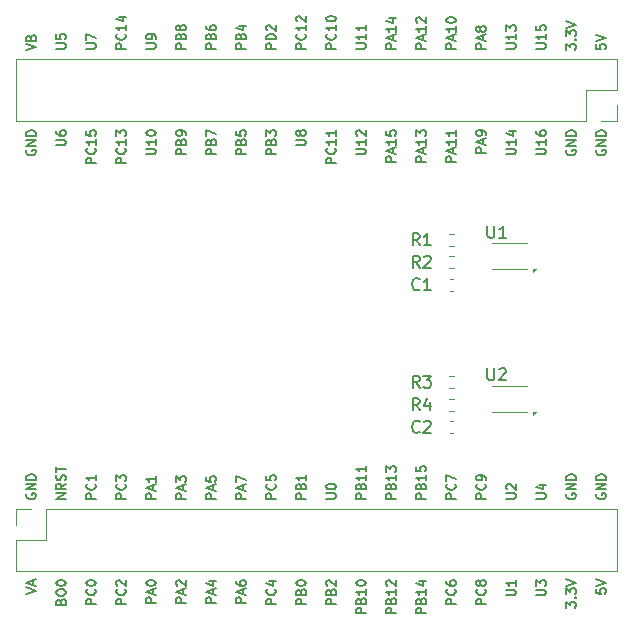
<source format=gbr>
G04 #@! TF.GenerationSoftware,KiCad,Pcbnew,8.0.3+dfsg-1*
G04 #@! TF.CreationDate,2024-06-11T16:22:44+08:00*
G04 #@! TF.ProjectId,sec01,73656330-312e-46b6-9963-61645f706362,a*
G04 #@! TF.SameCoordinates,Original*
G04 #@! TF.FileFunction,Legend,Top*
G04 #@! TF.FilePolarity,Positive*
%FSLAX46Y46*%
G04 Gerber Fmt 4.6, Leading zero omitted, Abs format (unit mm)*
G04 Created by KiCad (PCBNEW 8.0.3+dfsg-1) date 2024-06-11 16:22:44*
%MOMM*%
%LPD*%
G01*
G04 APERTURE LIST*
%ADD10C,0.150000*%
%ADD11C,0.120000*%
G04 APERTURE END LIST*
D10*
X150222295Y-82895839D02*
X149422295Y-82895839D01*
X149422295Y-82895839D02*
X149422295Y-82591077D01*
X149422295Y-82591077D02*
X149460390Y-82514887D01*
X149460390Y-82514887D02*
X149498485Y-82476792D01*
X149498485Y-82476792D02*
X149574676Y-82438696D01*
X149574676Y-82438696D02*
X149688961Y-82438696D01*
X149688961Y-82438696D02*
X149765152Y-82476792D01*
X149765152Y-82476792D02*
X149803247Y-82514887D01*
X149803247Y-82514887D02*
X149841342Y-82591077D01*
X149841342Y-82591077D02*
X149841342Y-82895839D01*
X149803247Y-81829173D02*
X149841342Y-81714887D01*
X149841342Y-81714887D02*
X149879438Y-81676792D01*
X149879438Y-81676792D02*
X149955628Y-81638696D01*
X149955628Y-81638696D02*
X150069914Y-81638696D01*
X150069914Y-81638696D02*
X150146104Y-81676792D01*
X150146104Y-81676792D02*
X150184200Y-81714887D01*
X150184200Y-81714887D02*
X150222295Y-81791077D01*
X150222295Y-81791077D02*
X150222295Y-82095839D01*
X150222295Y-82095839D02*
X149422295Y-82095839D01*
X149422295Y-82095839D02*
X149422295Y-81829173D01*
X149422295Y-81829173D02*
X149460390Y-81752982D01*
X149460390Y-81752982D02*
X149498485Y-81714887D01*
X149498485Y-81714887D02*
X149574676Y-81676792D01*
X149574676Y-81676792D02*
X149650866Y-81676792D01*
X149650866Y-81676792D02*
X149727057Y-81714887D01*
X149727057Y-81714887D02*
X149765152Y-81752982D01*
X149765152Y-81752982D02*
X149803247Y-81829173D01*
X149803247Y-81829173D02*
X149803247Y-82095839D01*
X149688961Y-80952982D02*
X150222295Y-80952982D01*
X149384200Y-81143458D02*
X149955628Y-81333935D01*
X149955628Y-81333935D02*
X149955628Y-80838696D01*
X170542295Y-120995839D02*
X169742295Y-120995839D01*
X169742295Y-120995839D02*
X169742295Y-120691077D01*
X169742295Y-120691077D02*
X169780390Y-120614887D01*
X169780390Y-120614887D02*
X169818485Y-120576792D01*
X169818485Y-120576792D02*
X169894676Y-120538696D01*
X169894676Y-120538696D02*
X170008961Y-120538696D01*
X170008961Y-120538696D02*
X170085152Y-120576792D01*
X170085152Y-120576792D02*
X170123247Y-120614887D01*
X170123247Y-120614887D02*
X170161342Y-120691077D01*
X170161342Y-120691077D02*
X170161342Y-120995839D01*
X170466104Y-119738696D02*
X170504200Y-119776792D01*
X170504200Y-119776792D02*
X170542295Y-119891077D01*
X170542295Y-119891077D02*
X170542295Y-119967268D01*
X170542295Y-119967268D02*
X170504200Y-120081554D01*
X170504200Y-120081554D02*
X170428009Y-120157744D01*
X170428009Y-120157744D02*
X170351819Y-120195839D01*
X170351819Y-120195839D02*
X170199438Y-120233935D01*
X170199438Y-120233935D02*
X170085152Y-120233935D01*
X170085152Y-120233935D02*
X169932771Y-120195839D01*
X169932771Y-120195839D02*
X169856580Y-120157744D01*
X169856580Y-120157744D02*
X169780390Y-120081554D01*
X169780390Y-120081554D02*
X169742295Y-119967268D01*
X169742295Y-119967268D02*
X169742295Y-119891077D01*
X169742295Y-119891077D02*
X169780390Y-119776792D01*
X169780390Y-119776792D02*
X169818485Y-119738696D01*
X170542295Y-119357744D02*
X170542295Y-119205363D01*
X170542295Y-119205363D02*
X170504200Y-119129173D01*
X170504200Y-119129173D02*
X170466104Y-119091077D01*
X170466104Y-119091077D02*
X170351819Y-119014887D01*
X170351819Y-119014887D02*
X170199438Y-118976792D01*
X170199438Y-118976792D02*
X169894676Y-118976792D01*
X169894676Y-118976792D02*
X169818485Y-119014887D01*
X169818485Y-119014887D02*
X169780390Y-119052982D01*
X169780390Y-119052982D02*
X169742295Y-119129173D01*
X169742295Y-119129173D02*
X169742295Y-119281554D01*
X169742295Y-119281554D02*
X169780390Y-119357744D01*
X169780390Y-119357744D02*
X169818485Y-119395839D01*
X169818485Y-119395839D02*
X169894676Y-119433935D01*
X169894676Y-119433935D02*
X170085152Y-119433935D01*
X170085152Y-119433935D02*
X170161342Y-119395839D01*
X170161342Y-119395839D02*
X170199438Y-119357744D01*
X170199438Y-119357744D02*
X170237533Y-119281554D01*
X170237533Y-119281554D02*
X170237533Y-119129173D01*
X170237533Y-119129173D02*
X170199438Y-119052982D01*
X170199438Y-119052982D02*
X170161342Y-119014887D01*
X170161342Y-119014887D02*
X170085152Y-118976792D01*
X179902295Y-128609874D02*
X179902295Y-128990826D01*
X179902295Y-128990826D02*
X180283247Y-129028922D01*
X180283247Y-129028922D02*
X180245152Y-128990826D01*
X180245152Y-128990826D02*
X180207057Y-128914636D01*
X180207057Y-128914636D02*
X180207057Y-128724160D01*
X180207057Y-128724160D02*
X180245152Y-128647969D01*
X180245152Y-128647969D02*
X180283247Y-128609874D01*
X180283247Y-128609874D02*
X180359438Y-128571779D01*
X180359438Y-128571779D02*
X180549914Y-128571779D01*
X180549914Y-128571779D02*
X180626104Y-128609874D01*
X180626104Y-128609874D02*
X180664200Y-128647969D01*
X180664200Y-128647969D02*
X180702295Y-128724160D01*
X180702295Y-128724160D02*
X180702295Y-128914636D01*
X180702295Y-128914636D02*
X180664200Y-128990826D01*
X180664200Y-128990826D02*
X180626104Y-129028922D01*
X179902295Y-128343207D02*
X180702295Y-128076540D01*
X180702295Y-128076540D02*
X179902295Y-127809874D01*
X157042295Y-120995839D02*
X157689914Y-120995839D01*
X157689914Y-120995839D02*
X157766104Y-120957744D01*
X157766104Y-120957744D02*
X157804200Y-120919649D01*
X157804200Y-120919649D02*
X157842295Y-120843458D01*
X157842295Y-120843458D02*
X157842295Y-120691077D01*
X157842295Y-120691077D02*
X157804200Y-120614887D01*
X157804200Y-120614887D02*
X157766104Y-120576792D01*
X157766104Y-120576792D02*
X157689914Y-120538696D01*
X157689914Y-120538696D02*
X157042295Y-120538696D01*
X157042295Y-120005363D02*
X157042295Y-119929173D01*
X157042295Y-119929173D02*
X157080390Y-119852982D01*
X157080390Y-119852982D02*
X157118485Y-119814887D01*
X157118485Y-119814887D02*
X157194676Y-119776792D01*
X157194676Y-119776792D02*
X157347057Y-119738697D01*
X157347057Y-119738697D02*
X157537533Y-119738697D01*
X157537533Y-119738697D02*
X157689914Y-119776792D01*
X157689914Y-119776792D02*
X157766104Y-119814887D01*
X157766104Y-119814887D02*
X157804200Y-119852982D01*
X157804200Y-119852982D02*
X157842295Y-119929173D01*
X157842295Y-119929173D02*
X157842295Y-120005363D01*
X157842295Y-120005363D02*
X157804200Y-120081554D01*
X157804200Y-120081554D02*
X157766104Y-120119649D01*
X157766104Y-120119649D02*
X157689914Y-120157744D01*
X157689914Y-120157744D02*
X157537533Y-120195840D01*
X157537533Y-120195840D02*
X157347057Y-120195840D01*
X157347057Y-120195840D02*
X157194676Y-120157744D01*
X157194676Y-120157744D02*
X157118485Y-120119649D01*
X157118485Y-120119649D02*
X157080390Y-120081554D01*
X157080390Y-120081554D02*
X157042295Y-120005363D01*
X154502295Y-91043207D02*
X155149914Y-91043207D01*
X155149914Y-91043207D02*
X155226104Y-91005112D01*
X155226104Y-91005112D02*
X155264200Y-90967017D01*
X155264200Y-90967017D02*
X155302295Y-90890826D01*
X155302295Y-90890826D02*
X155302295Y-90738445D01*
X155302295Y-90738445D02*
X155264200Y-90662255D01*
X155264200Y-90662255D02*
X155226104Y-90624160D01*
X155226104Y-90624160D02*
X155149914Y-90586064D01*
X155149914Y-90586064D02*
X154502295Y-90586064D01*
X154845152Y-90090827D02*
X154807057Y-90167017D01*
X154807057Y-90167017D02*
X154768961Y-90205112D01*
X154768961Y-90205112D02*
X154692771Y-90243208D01*
X154692771Y-90243208D02*
X154654676Y-90243208D01*
X154654676Y-90243208D02*
X154578485Y-90205112D01*
X154578485Y-90205112D02*
X154540390Y-90167017D01*
X154540390Y-90167017D02*
X154502295Y-90090827D01*
X154502295Y-90090827D02*
X154502295Y-89938446D01*
X154502295Y-89938446D02*
X154540390Y-89862255D01*
X154540390Y-89862255D02*
X154578485Y-89824160D01*
X154578485Y-89824160D02*
X154654676Y-89786065D01*
X154654676Y-89786065D02*
X154692771Y-89786065D01*
X154692771Y-89786065D02*
X154768961Y-89824160D01*
X154768961Y-89824160D02*
X154807057Y-89862255D01*
X154807057Y-89862255D02*
X154845152Y-89938446D01*
X154845152Y-89938446D02*
X154845152Y-90090827D01*
X154845152Y-90090827D02*
X154883247Y-90167017D01*
X154883247Y-90167017D02*
X154921342Y-90205112D01*
X154921342Y-90205112D02*
X154997533Y-90243208D01*
X154997533Y-90243208D02*
X155149914Y-90243208D01*
X155149914Y-90243208D02*
X155226104Y-90205112D01*
X155226104Y-90205112D02*
X155264200Y-90167017D01*
X155264200Y-90167017D02*
X155302295Y-90090827D01*
X155302295Y-90090827D02*
X155302295Y-89938446D01*
X155302295Y-89938446D02*
X155264200Y-89862255D01*
X155264200Y-89862255D02*
X155226104Y-89824160D01*
X155226104Y-89824160D02*
X155149914Y-89786065D01*
X155149914Y-89786065D02*
X154997533Y-89786065D01*
X154997533Y-89786065D02*
X154921342Y-89824160D01*
X154921342Y-89824160D02*
X154883247Y-89862255D01*
X154883247Y-89862255D02*
X154845152Y-89938446D01*
X147682295Y-91805112D02*
X146882295Y-91805112D01*
X146882295Y-91805112D02*
X146882295Y-91500350D01*
X146882295Y-91500350D02*
X146920390Y-91424160D01*
X146920390Y-91424160D02*
X146958485Y-91386065D01*
X146958485Y-91386065D02*
X147034676Y-91347969D01*
X147034676Y-91347969D02*
X147148961Y-91347969D01*
X147148961Y-91347969D02*
X147225152Y-91386065D01*
X147225152Y-91386065D02*
X147263247Y-91424160D01*
X147263247Y-91424160D02*
X147301342Y-91500350D01*
X147301342Y-91500350D02*
X147301342Y-91805112D01*
X147263247Y-90738446D02*
X147301342Y-90624160D01*
X147301342Y-90624160D02*
X147339438Y-90586065D01*
X147339438Y-90586065D02*
X147415628Y-90547969D01*
X147415628Y-90547969D02*
X147529914Y-90547969D01*
X147529914Y-90547969D02*
X147606104Y-90586065D01*
X147606104Y-90586065D02*
X147644200Y-90624160D01*
X147644200Y-90624160D02*
X147682295Y-90700350D01*
X147682295Y-90700350D02*
X147682295Y-91005112D01*
X147682295Y-91005112D02*
X146882295Y-91005112D01*
X146882295Y-91005112D02*
X146882295Y-90738446D01*
X146882295Y-90738446D02*
X146920390Y-90662255D01*
X146920390Y-90662255D02*
X146958485Y-90624160D01*
X146958485Y-90624160D02*
X147034676Y-90586065D01*
X147034676Y-90586065D02*
X147110866Y-90586065D01*
X147110866Y-90586065D02*
X147187057Y-90624160D01*
X147187057Y-90624160D02*
X147225152Y-90662255D01*
X147225152Y-90662255D02*
X147263247Y-90738446D01*
X147263247Y-90738446D02*
X147263247Y-91005112D01*
X146882295Y-90281303D02*
X146882295Y-89747969D01*
X146882295Y-89747969D02*
X147682295Y-90090827D01*
X165462295Y-82895839D02*
X164662295Y-82895839D01*
X164662295Y-82895839D02*
X164662295Y-82591077D01*
X164662295Y-82591077D02*
X164700390Y-82514887D01*
X164700390Y-82514887D02*
X164738485Y-82476792D01*
X164738485Y-82476792D02*
X164814676Y-82438696D01*
X164814676Y-82438696D02*
X164928961Y-82438696D01*
X164928961Y-82438696D02*
X165005152Y-82476792D01*
X165005152Y-82476792D02*
X165043247Y-82514887D01*
X165043247Y-82514887D02*
X165081342Y-82591077D01*
X165081342Y-82591077D02*
X165081342Y-82895839D01*
X165233723Y-82133935D02*
X165233723Y-81752982D01*
X165462295Y-82210125D02*
X164662295Y-81943458D01*
X164662295Y-81943458D02*
X165462295Y-81676792D01*
X165462295Y-80991078D02*
X165462295Y-81448221D01*
X165462295Y-81219649D02*
X164662295Y-81219649D01*
X164662295Y-81219649D02*
X164776580Y-81295840D01*
X164776580Y-81295840D02*
X164852771Y-81372030D01*
X164852771Y-81372030D02*
X164890866Y-81448221D01*
X164738485Y-80686316D02*
X164700390Y-80648220D01*
X164700390Y-80648220D02*
X164662295Y-80572030D01*
X164662295Y-80572030D02*
X164662295Y-80381554D01*
X164662295Y-80381554D02*
X164700390Y-80305363D01*
X164700390Y-80305363D02*
X164738485Y-80267268D01*
X164738485Y-80267268D02*
X164814676Y-80229173D01*
X164814676Y-80229173D02*
X164890866Y-80229173D01*
X164890866Y-80229173D02*
X165005152Y-80267268D01*
X165005152Y-80267268D02*
X165462295Y-80724411D01*
X165462295Y-80724411D02*
X165462295Y-80229173D01*
X152762295Y-82895839D02*
X151962295Y-82895839D01*
X151962295Y-82895839D02*
X151962295Y-82591077D01*
X151962295Y-82591077D02*
X152000390Y-82514887D01*
X152000390Y-82514887D02*
X152038485Y-82476792D01*
X152038485Y-82476792D02*
X152114676Y-82438696D01*
X152114676Y-82438696D02*
X152228961Y-82438696D01*
X152228961Y-82438696D02*
X152305152Y-82476792D01*
X152305152Y-82476792D02*
X152343247Y-82514887D01*
X152343247Y-82514887D02*
X152381342Y-82591077D01*
X152381342Y-82591077D02*
X152381342Y-82895839D01*
X152762295Y-82095839D02*
X151962295Y-82095839D01*
X151962295Y-82095839D02*
X151962295Y-81905363D01*
X151962295Y-81905363D02*
X152000390Y-81791077D01*
X152000390Y-81791077D02*
X152076580Y-81714887D01*
X152076580Y-81714887D02*
X152152771Y-81676792D01*
X152152771Y-81676792D02*
X152305152Y-81638696D01*
X152305152Y-81638696D02*
X152419438Y-81638696D01*
X152419438Y-81638696D02*
X152571819Y-81676792D01*
X152571819Y-81676792D02*
X152648009Y-81714887D01*
X152648009Y-81714887D02*
X152724200Y-81791077D01*
X152724200Y-81791077D02*
X152762295Y-81905363D01*
X152762295Y-81905363D02*
X152762295Y-82095839D01*
X152038485Y-81333935D02*
X152000390Y-81295839D01*
X152000390Y-81295839D02*
X151962295Y-81219649D01*
X151962295Y-81219649D02*
X151962295Y-81029173D01*
X151962295Y-81029173D02*
X152000390Y-80952982D01*
X152000390Y-80952982D02*
X152038485Y-80914887D01*
X152038485Y-80914887D02*
X152114676Y-80876792D01*
X152114676Y-80876792D02*
X152190866Y-80876792D01*
X152190866Y-80876792D02*
X152305152Y-80914887D01*
X152305152Y-80914887D02*
X152762295Y-81372030D01*
X152762295Y-81372030D02*
X152762295Y-80876792D01*
X131680390Y-120576792D02*
X131642295Y-120652982D01*
X131642295Y-120652982D02*
X131642295Y-120767268D01*
X131642295Y-120767268D02*
X131680390Y-120881554D01*
X131680390Y-120881554D02*
X131756580Y-120957744D01*
X131756580Y-120957744D02*
X131832771Y-120995839D01*
X131832771Y-120995839D02*
X131985152Y-121033935D01*
X131985152Y-121033935D02*
X132099438Y-121033935D01*
X132099438Y-121033935D02*
X132251819Y-120995839D01*
X132251819Y-120995839D02*
X132328009Y-120957744D01*
X132328009Y-120957744D02*
X132404200Y-120881554D01*
X132404200Y-120881554D02*
X132442295Y-120767268D01*
X132442295Y-120767268D02*
X132442295Y-120691077D01*
X132442295Y-120691077D02*
X132404200Y-120576792D01*
X132404200Y-120576792D02*
X132366104Y-120538696D01*
X132366104Y-120538696D02*
X132099438Y-120538696D01*
X132099438Y-120538696D02*
X132099438Y-120691077D01*
X132442295Y-120195839D02*
X131642295Y-120195839D01*
X131642295Y-120195839D02*
X132442295Y-119738696D01*
X132442295Y-119738696D02*
X131642295Y-119738696D01*
X132442295Y-119357744D02*
X131642295Y-119357744D01*
X131642295Y-119357744D02*
X131642295Y-119167268D01*
X131642295Y-119167268D02*
X131680390Y-119052982D01*
X131680390Y-119052982D02*
X131756580Y-118976792D01*
X131756580Y-118976792D02*
X131832771Y-118938697D01*
X131832771Y-118938697D02*
X131985152Y-118900601D01*
X131985152Y-118900601D02*
X132099438Y-118900601D01*
X132099438Y-118900601D02*
X132251819Y-118938697D01*
X132251819Y-118938697D02*
X132328009Y-118976792D01*
X132328009Y-118976792D02*
X132404200Y-119052982D01*
X132404200Y-119052982D02*
X132442295Y-119167268D01*
X132442295Y-119167268D02*
X132442295Y-119357744D01*
X170542295Y-82895839D02*
X169742295Y-82895839D01*
X169742295Y-82895839D02*
X169742295Y-82591077D01*
X169742295Y-82591077D02*
X169780390Y-82514887D01*
X169780390Y-82514887D02*
X169818485Y-82476792D01*
X169818485Y-82476792D02*
X169894676Y-82438696D01*
X169894676Y-82438696D02*
X170008961Y-82438696D01*
X170008961Y-82438696D02*
X170085152Y-82476792D01*
X170085152Y-82476792D02*
X170123247Y-82514887D01*
X170123247Y-82514887D02*
X170161342Y-82591077D01*
X170161342Y-82591077D02*
X170161342Y-82895839D01*
X170313723Y-82133935D02*
X170313723Y-81752982D01*
X170542295Y-82210125D02*
X169742295Y-81943458D01*
X169742295Y-81943458D02*
X170542295Y-81676792D01*
X170085152Y-81295840D02*
X170047057Y-81372030D01*
X170047057Y-81372030D02*
X170008961Y-81410125D01*
X170008961Y-81410125D02*
X169932771Y-81448221D01*
X169932771Y-81448221D02*
X169894676Y-81448221D01*
X169894676Y-81448221D02*
X169818485Y-81410125D01*
X169818485Y-81410125D02*
X169780390Y-81372030D01*
X169780390Y-81372030D02*
X169742295Y-81295840D01*
X169742295Y-81295840D02*
X169742295Y-81143459D01*
X169742295Y-81143459D02*
X169780390Y-81067268D01*
X169780390Y-81067268D02*
X169818485Y-81029173D01*
X169818485Y-81029173D02*
X169894676Y-80991078D01*
X169894676Y-80991078D02*
X169932771Y-80991078D01*
X169932771Y-80991078D02*
X170008961Y-81029173D01*
X170008961Y-81029173D02*
X170047057Y-81067268D01*
X170047057Y-81067268D02*
X170085152Y-81143459D01*
X170085152Y-81143459D02*
X170085152Y-81295840D01*
X170085152Y-81295840D02*
X170123247Y-81372030D01*
X170123247Y-81372030D02*
X170161342Y-81410125D01*
X170161342Y-81410125D02*
X170237533Y-81448221D01*
X170237533Y-81448221D02*
X170389914Y-81448221D01*
X170389914Y-81448221D02*
X170466104Y-81410125D01*
X170466104Y-81410125D02*
X170504200Y-81372030D01*
X170504200Y-81372030D02*
X170542295Y-81295840D01*
X170542295Y-81295840D02*
X170542295Y-81143459D01*
X170542295Y-81143459D02*
X170504200Y-81067268D01*
X170504200Y-81067268D02*
X170466104Y-81029173D01*
X170466104Y-81029173D02*
X170389914Y-80991078D01*
X170389914Y-80991078D02*
X170237533Y-80991078D01*
X170237533Y-80991078D02*
X170161342Y-81029173D01*
X170161342Y-81029173D02*
X170123247Y-81067268D01*
X170123247Y-81067268D02*
X170085152Y-81143459D01*
X165462295Y-130667017D02*
X164662295Y-130667017D01*
X164662295Y-130667017D02*
X164662295Y-130362255D01*
X164662295Y-130362255D02*
X164700390Y-130286065D01*
X164700390Y-130286065D02*
X164738485Y-130247970D01*
X164738485Y-130247970D02*
X164814676Y-130209874D01*
X164814676Y-130209874D02*
X164928961Y-130209874D01*
X164928961Y-130209874D02*
X165005152Y-130247970D01*
X165005152Y-130247970D02*
X165043247Y-130286065D01*
X165043247Y-130286065D02*
X165081342Y-130362255D01*
X165081342Y-130362255D02*
X165081342Y-130667017D01*
X165043247Y-129600351D02*
X165081342Y-129486065D01*
X165081342Y-129486065D02*
X165119438Y-129447970D01*
X165119438Y-129447970D02*
X165195628Y-129409874D01*
X165195628Y-129409874D02*
X165309914Y-129409874D01*
X165309914Y-129409874D02*
X165386104Y-129447970D01*
X165386104Y-129447970D02*
X165424200Y-129486065D01*
X165424200Y-129486065D02*
X165462295Y-129562255D01*
X165462295Y-129562255D02*
X165462295Y-129867017D01*
X165462295Y-129867017D02*
X164662295Y-129867017D01*
X164662295Y-129867017D02*
X164662295Y-129600351D01*
X164662295Y-129600351D02*
X164700390Y-129524160D01*
X164700390Y-129524160D02*
X164738485Y-129486065D01*
X164738485Y-129486065D02*
X164814676Y-129447970D01*
X164814676Y-129447970D02*
X164890866Y-129447970D01*
X164890866Y-129447970D02*
X164967057Y-129486065D01*
X164967057Y-129486065D02*
X165005152Y-129524160D01*
X165005152Y-129524160D02*
X165043247Y-129600351D01*
X165043247Y-129600351D02*
X165043247Y-129867017D01*
X165462295Y-128647970D02*
X165462295Y-129105113D01*
X165462295Y-128876541D02*
X164662295Y-128876541D01*
X164662295Y-128876541D02*
X164776580Y-128952732D01*
X164776580Y-128952732D02*
X164852771Y-129028922D01*
X164852771Y-129028922D02*
X164890866Y-129105113D01*
X164928961Y-127962255D02*
X165462295Y-127962255D01*
X164624200Y-128152731D02*
X165195628Y-128343208D01*
X165195628Y-128343208D02*
X165195628Y-127847969D01*
X179902295Y-82514887D02*
X179902295Y-82895839D01*
X179902295Y-82895839D02*
X180283247Y-82933935D01*
X180283247Y-82933935D02*
X180245152Y-82895839D01*
X180245152Y-82895839D02*
X180207057Y-82819649D01*
X180207057Y-82819649D02*
X180207057Y-82629173D01*
X180207057Y-82629173D02*
X180245152Y-82552982D01*
X180245152Y-82552982D02*
X180283247Y-82514887D01*
X180283247Y-82514887D02*
X180359438Y-82476792D01*
X180359438Y-82476792D02*
X180549914Y-82476792D01*
X180549914Y-82476792D02*
X180626104Y-82514887D01*
X180626104Y-82514887D02*
X180664200Y-82552982D01*
X180664200Y-82552982D02*
X180702295Y-82629173D01*
X180702295Y-82629173D02*
X180702295Y-82819649D01*
X180702295Y-82819649D02*
X180664200Y-82895839D01*
X180664200Y-82895839D02*
X180626104Y-82933935D01*
X179902295Y-82248220D02*
X180702295Y-81981553D01*
X180702295Y-81981553D02*
X179902295Y-81714887D01*
X150222295Y-91805112D02*
X149422295Y-91805112D01*
X149422295Y-91805112D02*
X149422295Y-91500350D01*
X149422295Y-91500350D02*
X149460390Y-91424160D01*
X149460390Y-91424160D02*
X149498485Y-91386065D01*
X149498485Y-91386065D02*
X149574676Y-91347969D01*
X149574676Y-91347969D02*
X149688961Y-91347969D01*
X149688961Y-91347969D02*
X149765152Y-91386065D01*
X149765152Y-91386065D02*
X149803247Y-91424160D01*
X149803247Y-91424160D02*
X149841342Y-91500350D01*
X149841342Y-91500350D02*
X149841342Y-91805112D01*
X149803247Y-90738446D02*
X149841342Y-90624160D01*
X149841342Y-90624160D02*
X149879438Y-90586065D01*
X149879438Y-90586065D02*
X149955628Y-90547969D01*
X149955628Y-90547969D02*
X150069914Y-90547969D01*
X150069914Y-90547969D02*
X150146104Y-90586065D01*
X150146104Y-90586065D02*
X150184200Y-90624160D01*
X150184200Y-90624160D02*
X150222295Y-90700350D01*
X150222295Y-90700350D02*
X150222295Y-91005112D01*
X150222295Y-91005112D02*
X149422295Y-91005112D01*
X149422295Y-91005112D02*
X149422295Y-90738446D01*
X149422295Y-90738446D02*
X149460390Y-90662255D01*
X149460390Y-90662255D02*
X149498485Y-90624160D01*
X149498485Y-90624160D02*
X149574676Y-90586065D01*
X149574676Y-90586065D02*
X149650866Y-90586065D01*
X149650866Y-90586065D02*
X149727057Y-90624160D01*
X149727057Y-90624160D02*
X149765152Y-90662255D01*
X149765152Y-90662255D02*
X149803247Y-90738446D01*
X149803247Y-90738446D02*
X149803247Y-91005112D01*
X149422295Y-89824160D02*
X149422295Y-90205112D01*
X149422295Y-90205112D02*
X149803247Y-90243208D01*
X149803247Y-90243208D02*
X149765152Y-90205112D01*
X149765152Y-90205112D02*
X149727057Y-90128922D01*
X149727057Y-90128922D02*
X149727057Y-89938446D01*
X149727057Y-89938446D02*
X149765152Y-89862255D01*
X149765152Y-89862255D02*
X149803247Y-89824160D01*
X149803247Y-89824160D02*
X149879438Y-89786065D01*
X149879438Y-89786065D02*
X150069914Y-89786065D01*
X150069914Y-89786065D02*
X150146104Y-89824160D01*
X150146104Y-89824160D02*
X150184200Y-89862255D01*
X150184200Y-89862255D02*
X150222295Y-89938446D01*
X150222295Y-89938446D02*
X150222295Y-90128922D01*
X150222295Y-90128922D02*
X150184200Y-90205112D01*
X150184200Y-90205112D02*
X150146104Y-90243208D01*
X152762295Y-129905112D02*
X151962295Y-129905112D01*
X151962295Y-129905112D02*
X151962295Y-129600350D01*
X151962295Y-129600350D02*
X152000390Y-129524160D01*
X152000390Y-129524160D02*
X152038485Y-129486065D01*
X152038485Y-129486065D02*
X152114676Y-129447969D01*
X152114676Y-129447969D02*
X152228961Y-129447969D01*
X152228961Y-129447969D02*
X152305152Y-129486065D01*
X152305152Y-129486065D02*
X152343247Y-129524160D01*
X152343247Y-129524160D02*
X152381342Y-129600350D01*
X152381342Y-129600350D02*
X152381342Y-129905112D01*
X152686104Y-128647969D02*
X152724200Y-128686065D01*
X152724200Y-128686065D02*
X152762295Y-128800350D01*
X152762295Y-128800350D02*
X152762295Y-128876541D01*
X152762295Y-128876541D02*
X152724200Y-128990827D01*
X152724200Y-128990827D02*
X152648009Y-129067017D01*
X152648009Y-129067017D02*
X152571819Y-129105112D01*
X152571819Y-129105112D02*
X152419438Y-129143208D01*
X152419438Y-129143208D02*
X152305152Y-129143208D01*
X152305152Y-129143208D02*
X152152771Y-129105112D01*
X152152771Y-129105112D02*
X152076580Y-129067017D01*
X152076580Y-129067017D02*
X152000390Y-128990827D01*
X152000390Y-128990827D02*
X151962295Y-128876541D01*
X151962295Y-128876541D02*
X151962295Y-128800350D01*
X151962295Y-128800350D02*
X152000390Y-128686065D01*
X152000390Y-128686065D02*
X152038485Y-128647969D01*
X152228961Y-127962255D02*
X152762295Y-127962255D01*
X151924200Y-128152731D02*
X152495628Y-128343208D01*
X152495628Y-128343208D02*
X152495628Y-127847969D01*
X174822295Y-91805112D02*
X175469914Y-91805112D01*
X175469914Y-91805112D02*
X175546104Y-91767017D01*
X175546104Y-91767017D02*
X175584200Y-91728922D01*
X175584200Y-91728922D02*
X175622295Y-91652731D01*
X175622295Y-91652731D02*
X175622295Y-91500350D01*
X175622295Y-91500350D02*
X175584200Y-91424160D01*
X175584200Y-91424160D02*
X175546104Y-91386065D01*
X175546104Y-91386065D02*
X175469914Y-91347969D01*
X175469914Y-91347969D02*
X174822295Y-91347969D01*
X175622295Y-90547970D02*
X175622295Y-91005113D01*
X175622295Y-90776541D02*
X174822295Y-90776541D01*
X174822295Y-90776541D02*
X174936580Y-90852732D01*
X174936580Y-90852732D02*
X175012771Y-90928922D01*
X175012771Y-90928922D02*
X175050866Y-91005113D01*
X174822295Y-89862255D02*
X174822295Y-90014636D01*
X174822295Y-90014636D02*
X174860390Y-90090827D01*
X174860390Y-90090827D02*
X174898485Y-90128922D01*
X174898485Y-90128922D02*
X175012771Y-90205112D01*
X175012771Y-90205112D02*
X175165152Y-90243208D01*
X175165152Y-90243208D02*
X175469914Y-90243208D01*
X175469914Y-90243208D02*
X175546104Y-90205112D01*
X175546104Y-90205112D02*
X175584200Y-90167017D01*
X175584200Y-90167017D02*
X175622295Y-90090827D01*
X175622295Y-90090827D02*
X175622295Y-89938446D01*
X175622295Y-89938446D02*
X175584200Y-89862255D01*
X175584200Y-89862255D02*
X175546104Y-89824160D01*
X175546104Y-89824160D02*
X175469914Y-89786065D01*
X175469914Y-89786065D02*
X175279438Y-89786065D01*
X175279438Y-89786065D02*
X175203247Y-89824160D01*
X175203247Y-89824160D02*
X175165152Y-89862255D01*
X175165152Y-89862255D02*
X175127057Y-89938446D01*
X175127057Y-89938446D02*
X175127057Y-90090827D01*
X175127057Y-90090827D02*
X175165152Y-90167017D01*
X175165152Y-90167017D02*
X175203247Y-90205112D01*
X175203247Y-90205112D02*
X175279438Y-90243208D01*
X134982295Y-120995839D02*
X134182295Y-120995839D01*
X134182295Y-120995839D02*
X134982295Y-120538696D01*
X134982295Y-120538696D02*
X134182295Y-120538696D01*
X134982295Y-119700601D02*
X134601342Y-119967268D01*
X134982295Y-120157744D02*
X134182295Y-120157744D01*
X134182295Y-120157744D02*
X134182295Y-119852982D01*
X134182295Y-119852982D02*
X134220390Y-119776792D01*
X134220390Y-119776792D02*
X134258485Y-119738697D01*
X134258485Y-119738697D02*
X134334676Y-119700601D01*
X134334676Y-119700601D02*
X134448961Y-119700601D01*
X134448961Y-119700601D02*
X134525152Y-119738697D01*
X134525152Y-119738697D02*
X134563247Y-119776792D01*
X134563247Y-119776792D02*
X134601342Y-119852982D01*
X134601342Y-119852982D02*
X134601342Y-120157744D01*
X134944200Y-119395840D02*
X134982295Y-119281554D01*
X134982295Y-119281554D02*
X134982295Y-119091078D01*
X134982295Y-119091078D02*
X134944200Y-119014887D01*
X134944200Y-119014887D02*
X134906104Y-118976792D01*
X134906104Y-118976792D02*
X134829914Y-118938697D01*
X134829914Y-118938697D02*
X134753723Y-118938697D01*
X134753723Y-118938697D02*
X134677533Y-118976792D01*
X134677533Y-118976792D02*
X134639438Y-119014887D01*
X134639438Y-119014887D02*
X134601342Y-119091078D01*
X134601342Y-119091078D02*
X134563247Y-119243459D01*
X134563247Y-119243459D02*
X134525152Y-119319649D01*
X134525152Y-119319649D02*
X134487057Y-119357744D01*
X134487057Y-119357744D02*
X134410866Y-119395840D01*
X134410866Y-119395840D02*
X134334676Y-119395840D01*
X134334676Y-119395840D02*
X134258485Y-119357744D01*
X134258485Y-119357744D02*
X134220390Y-119319649D01*
X134220390Y-119319649D02*
X134182295Y-119243459D01*
X134182295Y-119243459D02*
X134182295Y-119052982D01*
X134182295Y-119052982D02*
X134220390Y-118938697D01*
X134182295Y-118710125D02*
X134182295Y-118252982D01*
X134982295Y-118481554D02*
X134182295Y-118481554D01*
X141802295Y-82895839D02*
X142449914Y-82895839D01*
X142449914Y-82895839D02*
X142526104Y-82857744D01*
X142526104Y-82857744D02*
X142564200Y-82819649D01*
X142564200Y-82819649D02*
X142602295Y-82743458D01*
X142602295Y-82743458D02*
X142602295Y-82591077D01*
X142602295Y-82591077D02*
X142564200Y-82514887D01*
X142564200Y-82514887D02*
X142526104Y-82476792D01*
X142526104Y-82476792D02*
X142449914Y-82438696D01*
X142449914Y-82438696D02*
X141802295Y-82438696D01*
X142602295Y-82019649D02*
X142602295Y-81867268D01*
X142602295Y-81867268D02*
X142564200Y-81791078D01*
X142564200Y-81791078D02*
X142526104Y-81752982D01*
X142526104Y-81752982D02*
X142411819Y-81676792D01*
X142411819Y-81676792D02*
X142259438Y-81638697D01*
X142259438Y-81638697D02*
X141954676Y-81638697D01*
X141954676Y-81638697D02*
X141878485Y-81676792D01*
X141878485Y-81676792D02*
X141840390Y-81714887D01*
X141840390Y-81714887D02*
X141802295Y-81791078D01*
X141802295Y-81791078D02*
X141802295Y-81943459D01*
X141802295Y-81943459D02*
X141840390Y-82019649D01*
X141840390Y-82019649D02*
X141878485Y-82057744D01*
X141878485Y-82057744D02*
X141954676Y-82095840D01*
X141954676Y-82095840D02*
X142145152Y-82095840D01*
X142145152Y-82095840D02*
X142221342Y-82057744D01*
X142221342Y-82057744D02*
X142259438Y-82019649D01*
X142259438Y-82019649D02*
X142297533Y-81943459D01*
X142297533Y-81943459D02*
X142297533Y-81791078D01*
X142297533Y-81791078D02*
X142259438Y-81714887D01*
X142259438Y-81714887D02*
X142221342Y-81676792D01*
X142221342Y-81676792D02*
X142145152Y-81638697D01*
X159582295Y-82895839D02*
X160229914Y-82895839D01*
X160229914Y-82895839D02*
X160306104Y-82857744D01*
X160306104Y-82857744D02*
X160344200Y-82819649D01*
X160344200Y-82819649D02*
X160382295Y-82743458D01*
X160382295Y-82743458D02*
X160382295Y-82591077D01*
X160382295Y-82591077D02*
X160344200Y-82514887D01*
X160344200Y-82514887D02*
X160306104Y-82476792D01*
X160306104Y-82476792D02*
X160229914Y-82438696D01*
X160229914Y-82438696D02*
X159582295Y-82438696D01*
X160382295Y-81638697D02*
X160382295Y-82095840D01*
X160382295Y-81867268D02*
X159582295Y-81867268D01*
X159582295Y-81867268D02*
X159696580Y-81943459D01*
X159696580Y-81943459D02*
X159772771Y-82019649D01*
X159772771Y-82019649D02*
X159810866Y-82095840D01*
X160382295Y-80876792D02*
X160382295Y-81333935D01*
X160382295Y-81105363D02*
X159582295Y-81105363D01*
X159582295Y-81105363D02*
X159696580Y-81181554D01*
X159696580Y-81181554D02*
X159772771Y-81257744D01*
X159772771Y-81257744D02*
X159810866Y-81333935D01*
X177400390Y-91462255D02*
X177362295Y-91538445D01*
X177362295Y-91538445D02*
X177362295Y-91652731D01*
X177362295Y-91652731D02*
X177400390Y-91767017D01*
X177400390Y-91767017D02*
X177476580Y-91843207D01*
X177476580Y-91843207D02*
X177552771Y-91881302D01*
X177552771Y-91881302D02*
X177705152Y-91919398D01*
X177705152Y-91919398D02*
X177819438Y-91919398D01*
X177819438Y-91919398D02*
X177971819Y-91881302D01*
X177971819Y-91881302D02*
X178048009Y-91843207D01*
X178048009Y-91843207D02*
X178124200Y-91767017D01*
X178124200Y-91767017D02*
X178162295Y-91652731D01*
X178162295Y-91652731D02*
X178162295Y-91576540D01*
X178162295Y-91576540D02*
X178124200Y-91462255D01*
X178124200Y-91462255D02*
X178086104Y-91424159D01*
X178086104Y-91424159D02*
X177819438Y-91424159D01*
X177819438Y-91424159D02*
X177819438Y-91576540D01*
X178162295Y-91081302D02*
X177362295Y-91081302D01*
X177362295Y-91081302D02*
X178162295Y-90624159D01*
X178162295Y-90624159D02*
X177362295Y-90624159D01*
X178162295Y-90243207D02*
X177362295Y-90243207D01*
X177362295Y-90243207D02*
X177362295Y-90052731D01*
X177362295Y-90052731D02*
X177400390Y-89938445D01*
X177400390Y-89938445D02*
X177476580Y-89862255D01*
X177476580Y-89862255D02*
X177552771Y-89824160D01*
X177552771Y-89824160D02*
X177705152Y-89786064D01*
X177705152Y-89786064D02*
X177819438Y-89786064D01*
X177819438Y-89786064D02*
X177971819Y-89824160D01*
X177971819Y-89824160D02*
X178048009Y-89862255D01*
X178048009Y-89862255D02*
X178124200Y-89938445D01*
X178124200Y-89938445D02*
X178162295Y-90052731D01*
X178162295Y-90052731D02*
X178162295Y-90243207D01*
X168002295Y-120995839D02*
X167202295Y-120995839D01*
X167202295Y-120995839D02*
X167202295Y-120691077D01*
X167202295Y-120691077D02*
X167240390Y-120614887D01*
X167240390Y-120614887D02*
X167278485Y-120576792D01*
X167278485Y-120576792D02*
X167354676Y-120538696D01*
X167354676Y-120538696D02*
X167468961Y-120538696D01*
X167468961Y-120538696D02*
X167545152Y-120576792D01*
X167545152Y-120576792D02*
X167583247Y-120614887D01*
X167583247Y-120614887D02*
X167621342Y-120691077D01*
X167621342Y-120691077D02*
X167621342Y-120995839D01*
X167926104Y-119738696D02*
X167964200Y-119776792D01*
X167964200Y-119776792D02*
X168002295Y-119891077D01*
X168002295Y-119891077D02*
X168002295Y-119967268D01*
X168002295Y-119967268D02*
X167964200Y-120081554D01*
X167964200Y-120081554D02*
X167888009Y-120157744D01*
X167888009Y-120157744D02*
X167811819Y-120195839D01*
X167811819Y-120195839D02*
X167659438Y-120233935D01*
X167659438Y-120233935D02*
X167545152Y-120233935D01*
X167545152Y-120233935D02*
X167392771Y-120195839D01*
X167392771Y-120195839D02*
X167316580Y-120157744D01*
X167316580Y-120157744D02*
X167240390Y-120081554D01*
X167240390Y-120081554D02*
X167202295Y-119967268D01*
X167202295Y-119967268D02*
X167202295Y-119891077D01*
X167202295Y-119891077D02*
X167240390Y-119776792D01*
X167240390Y-119776792D02*
X167278485Y-119738696D01*
X167202295Y-119472030D02*
X167202295Y-118938696D01*
X167202295Y-118938696D02*
X168002295Y-119281554D01*
X140062295Y-92567017D02*
X139262295Y-92567017D01*
X139262295Y-92567017D02*
X139262295Y-92262255D01*
X139262295Y-92262255D02*
X139300390Y-92186065D01*
X139300390Y-92186065D02*
X139338485Y-92147970D01*
X139338485Y-92147970D02*
X139414676Y-92109874D01*
X139414676Y-92109874D02*
X139528961Y-92109874D01*
X139528961Y-92109874D02*
X139605152Y-92147970D01*
X139605152Y-92147970D02*
X139643247Y-92186065D01*
X139643247Y-92186065D02*
X139681342Y-92262255D01*
X139681342Y-92262255D02*
X139681342Y-92567017D01*
X139986104Y-91309874D02*
X140024200Y-91347970D01*
X140024200Y-91347970D02*
X140062295Y-91462255D01*
X140062295Y-91462255D02*
X140062295Y-91538446D01*
X140062295Y-91538446D02*
X140024200Y-91652732D01*
X140024200Y-91652732D02*
X139948009Y-91728922D01*
X139948009Y-91728922D02*
X139871819Y-91767017D01*
X139871819Y-91767017D02*
X139719438Y-91805113D01*
X139719438Y-91805113D02*
X139605152Y-91805113D01*
X139605152Y-91805113D02*
X139452771Y-91767017D01*
X139452771Y-91767017D02*
X139376580Y-91728922D01*
X139376580Y-91728922D02*
X139300390Y-91652732D01*
X139300390Y-91652732D02*
X139262295Y-91538446D01*
X139262295Y-91538446D02*
X139262295Y-91462255D01*
X139262295Y-91462255D02*
X139300390Y-91347970D01*
X139300390Y-91347970D02*
X139338485Y-91309874D01*
X140062295Y-90547970D02*
X140062295Y-91005113D01*
X140062295Y-90776541D02*
X139262295Y-90776541D01*
X139262295Y-90776541D02*
X139376580Y-90852732D01*
X139376580Y-90852732D02*
X139452771Y-90928922D01*
X139452771Y-90928922D02*
X139490866Y-91005113D01*
X139262295Y-90281303D02*
X139262295Y-89786065D01*
X139262295Y-89786065D02*
X139567057Y-90052731D01*
X139567057Y-90052731D02*
X139567057Y-89938446D01*
X139567057Y-89938446D02*
X139605152Y-89862255D01*
X139605152Y-89862255D02*
X139643247Y-89824160D01*
X139643247Y-89824160D02*
X139719438Y-89786065D01*
X139719438Y-89786065D02*
X139909914Y-89786065D01*
X139909914Y-89786065D02*
X139986104Y-89824160D01*
X139986104Y-89824160D02*
X140024200Y-89862255D01*
X140024200Y-89862255D02*
X140062295Y-89938446D01*
X140062295Y-89938446D02*
X140062295Y-90167017D01*
X140062295Y-90167017D02*
X140024200Y-90243208D01*
X140024200Y-90243208D02*
X139986104Y-90281303D01*
X168002295Y-82895839D02*
X167202295Y-82895839D01*
X167202295Y-82895839D02*
X167202295Y-82591077D01*
X167202295Y-82591077D02*
X167240390Y-82514887D01*
X167240390Y-82514887D02*
X167278485Y-82476792D01*
X167278485Y-82476792D02*
X167354676Y-82438696D01*
X167354676Y-82438696D02*
X167468961Y-82438696D01*
X167468961Y-82438696D02*
X167545152Y-82476792D01*
X167545152Y-82476792D02*
X167583247Y-82514887D01*
X167583247Y-82514887D02*
X167621342Y-82591077D01*
X167621342Y-82591077D02*
X167621342Y-82895839D01*
X167773723Y-82133935D02*
X167773723Y-81752982D01*
X168002295Y-82210125D02*
X167202295Y-81943458D01*
X167202295Y-81943458D02*
X168002295Y-81676792D01*
X168002295Y-80991078D02*
X168002295Y-81448221D01*
X168002295Y-81219649D02*
X167202295Y-81219649D01*
X167202295Y-81219649D02*
X167316580Y-81295840D01*
X167316580Y-81295840D02*
X167392771Y-81372030D01*
X167392771Y-81372030D02*
X167430866Y-81448221D01*
X167202295Y-80495839D02*
X167202295Y-80419649D01*
X167202295Y-80419649D02*
X167240390Y-80343458D01*
X167240390Y-80343458D02*
X167278485Y-80305363D01*
X167278485Y-80305363D02*
X167354676Y-80267268D01*
X167354676Y-80267268D02*
X167507057Y-80229173D01*
X167507057Y-80229173D02*
X167697533Y-80229173D01*
X167697533Y-80229173D02*
X167849914Y-80267268D01*
X167849914Y-80267268D02*
X167926104Y-80305363D01*
X167926104Y-80305363D02*
X167964200Y-80343458D01*
X167964200Y-80343458D02*
X168002295Y-80419649D01*
X168002295Y-80419649D02*
X168002295Y-80495839D01*
X168002295Y-80495839D02*
X167964200Y-80572030D01*
X167964200Y-80572030D02*
X167926104Y-80610125D01*
X167926104Y-80610125D02*
X167849914Y-80648220D01*
X167849914Y-80648220D02*
X167697533Y-80686316D01*
X167697533Y-80686316D02*
X167507057Y-80686316D01*
X167507057Y-80686316D02*
X167354676Y-80648220D01*
X167354676Y-80648220D02*
X167278485Y-80610125D01*
X167278485Y-80610125D02*
X167240390Y-80572030D01*
X167240390Y-80572030D02*
X167202295Y-80495839D01*
X155302295Y-129905112D02*
X154502295Y-129905112D01*
X154502295Y-129905112D02*
X154502295Y-129600350D01*
X154502295Y-129600350D02*
X154540390Y-129524160D01*
X154540390Y-129524160D02*
X154578485Y-129486065D01*
X154578485Y-129486065D02*
X154654676Y-129447969D01*
X154654676Y-129447969D02*
X154768961Y-129447969D01*
X154768961Y-129447969D02*
X154845152Y-129486065D01*
X154845152Y-129486065D02*
X154883247Y-129524160D01*
X154883247Y-129524160D02*
X154921342Y-129600350D01*
X154921342Y-129600350D02*
X154921342Y-129905112D01*
X154883247Y-128838446D02*
X154921342Y-128724160D01*
X154921342Y-128724160D02*
X154959438Y-128686065D01*
X154959438Y-128686065D02*
X155035628Y-128647969D01*
X155035628Y-128647969D02*
X155149914Y-128647969D01*
X155149914Y-128647969D02*
X155226104Y-128686065D01*
X155226104Y-128686065D02*
X155264200Y-128724160D01*
X155264200Y-128724160D02*
X155302295Y-128800350D01*
X155302295Y-128800350D02*
X155302295Y-129105112D01*
X155302295Y-129105112D02*
X154502295Y-129105112D01*
X154502295Y-129105112D02*
X154502295Y-128838446D01*
X154502295Y-128838446D02*
X154540390Y-128762255D01*
X154540390Y-128762255D02*
X154578485Y-128724160D01*
X154578485Y-128724160D02*
X154654676Y-128686065D01*
X154654676Y-128686065D02*
X154730866Y-128686065D01*
X154730866Y-128686065D02*
X154807057Y-128724160D01*
X154807057Y-128724160D02*
X154845152Y-128762255D01*
X154845152Y-128762255D02*
X154883247Y-128838446D01*
X154883247Y-128838446D02*
X154883247Y-129105112D01*
X154502295Y-128152731D02*
X154502295Y-128076541D01*
X154502295Y-128076541D02*
X154540390Y-128000350D01*
X154540390Y-128000350D02*
X154578485Y-127962255D01*
X154578485Y-127962255D02*
X154654676Y-127924160D01*
X154654676Y-127924160D02*
X154807057Y-127886065D01*
X154807057Y-127886065D02*
X154997533Y-127886065D01*
X154997533Y-127886065D02*
X155149914Y-127924160D01*
X155149914Y-127924160D02*
X155226104Y-127962255D01*
X155226104Y-127962255D02*
X155264200Y-128000350D01*
X155264200Y-128000350D02*
X155302295Y-128076541D01*
X155302295Y-128076541D02*
X155302295Y-128152731D01*
X155302295Y-128152731D02*
X155264200Y-128228922D01*
X155264200Y-128228922D02*
X155226104Y-128267017D01*
X155226104Y-128267017D02*
X155149914Y-128305112D01*
X155149914Y-128305112D02*
X154997533Y-128343208D01*
X154997533Y-128343208D02*
X154807057Y-128343208D01*
X154807057Y-128343208D02*
X154654676Y-128305112D01*
X154654676Y-128305112D02*
X154578485Y-128267017D01*
X154578485Y-128267017D02*
X154540390Y-128228922D01*
X154540390Y-128228922D02*
X154502295Y-128152731D01*
X140062295Y-120995839D02*
X139262295Y-120995839D01*
X139262295Y-120995839D02*
X139262295Y-120691077D01*
X139262295Y-120691077D02*
X139300390Y-120614887D01*
X139300390Y-120614887D02*
X139338485Y-120576792D01*
X139338485Y-120576792D02*
X139414676Y-120538696D01*
X139414676Y-120538696D02*
X139528961Y-120538696D01*
X139528961Y-120538696D02*
X139605152Y-120576792D01*
X139605152Y-120576792D02*
X139643247Y-120614887D01*
X139643247Y-120614887D02*
X139681342Y-120691077D01*
X139681342Y-120691077D02*
X139681342Y-120995839D01*
X139986104Y-119738696D02*
X140024200Y-119776792D01*
X140024200Y-119776792D02*
X140062295Y-119891077D01*
X140062295Y-119891077D02*
X140062295Y-119967268D01*
X140062295Y-119967268D02*
X140024200Y-120081554D01*
X140024200Y-120081554D02*
X139948009Y-120157744D01*
X139948009Y-120157744D02*
X139871819Y-120195839D01*
X139871819Y-120195839D02*
X139719438Y-120233935D01*
X139719438Y-120233935D02*
X139605152Y-120233935D01*
X139605152Y-120233935D02*
X139452771Y-120195839D01*
X139452771Y-120195839D02*
X139376580Y-120157744D01*
X139376580Y-120157744D02*
X139300390Y-120081554D01*
X139300390Y-120081554D02*
X139262295Y-119967268D01*
X139262295Y-119967268D02*
X139262295Y-119891077D01*
X139262295Y-119891077D02*
X139300390Y-119776792D01*
X139300390Y-119776792D02*
X139338485Y-119738696D01*
X139262295Y-119472030D02*
X139262295Y-118976792D01*
X139262295Y-118976792D02*
X139567057Y-119243458D01*
X139567057Y-119243458D02*
X139567057Y-119129173D01*
X139567057Y-119129173D02*
X139605152Y-119052982D01*
X139605152Y-119052982D02*
X139643247Y-119014887D01*
X139643247Y-119014887D02*
X139719438Y-118976792D01*
X139719438Y-118976792D02*
X139909914Y-118976792D01*
X139909914Y-118976792D02*
X139986104Y-119014887D01*
X139986104Y-119014887D02*
X140024200Y-119052982D01*
X140024200Y-119052982D02*
X140062295Y-119129173D01*
X140062295Y-119129173D02*
X140062295Y-119357744D01*
X140062295Y-119357744D02*
X140024200Y-119433935D01*
X140024200Y-119433935D02*
X139986104Y-119472030D01*
X177362295Y-82972030D02*
X177362295Y-82476792D01*
X177362295Y-82476792D02*
X177667057Y-82743458D01*
X177667057Y-82743458D02*
X177667057Y-82629173D01*
X177667057Y-82629173D02*
X177705152Y-82552982D01*
X177705152Y-82552982D02*
X177743247Y-82514887D01*
X177743247Y-82514887D02*
X177819438Y-82476792D01*
X177819438Y-82476792D02*
X178009914Y-82476792D01*
X178009914Y-82476792D02*
X178086104Y-82514887D01*
X178086104Y-82514887D02*
X178124200Y-82552982D01*
X178124200Y-82552982D02*
X178162295Y-82629173D01*
X178162295Y-82629173D02*
X178162295Y-82857744D01*
X178162295Y-82857744D02*
X178124200Y-82933935D01*
X178124200Y-82933935D02*
X178086104Y-82972030D01*
X178086104Y-82133934D02*
X178124200Y-82095839D01*
X178124200Y-82095839D02*
X178162295Y-82133934D01*
X178162295Y-82133934D02*
X178124200Y-82172030D01*
X178124200Y-82172030D02*
X178086104Y-82133934D01*
X178086104Y-82133934D02*
X178162295Y-82133934D01*
X177362295Y-81829173D02*
X177362295Y-81333935D01*
X177362295Y-81333935D02*
X177667057Y-81600601D01*
X177667057Y-81600601D02*
X177667057Y-81486316D01*
X177667057Y-81486316D02*
X177705152Y-81410125D01*
X177705152Y-81410125D02*
X177743247Y-81372030D01*
X177743247Y-81372030D02*
X177819438Y-81333935D01*
X177819438Y-81333935D02*
X178009914Y-81333935D01*
X178009914Y-81333935D02*
X178086104Y-81372030D01*
X178086104Y-81372030D02*
X178124200Y-81410125D01*
X178124200Y-81410125D02*
X178162295Y-81486316D01*
X178162295Y-81486316D02*
X178162295Y-81714887D01*
X178162295Y-81714887D02*
X178124200Y-81791078D01*
X178124200Y-81791078D02*
X178086104Y-81829173D01*
X177362295Y-81105363D02*
X178162295Y-80838696D01*
X178162295Y-80838696D02*
X177362295Y-80572030D01*
X157842295Y-129905112D02*
X157042295Y-129905112D01*
X157042295Y-129905112D02*
X157042295Y-129600350D01*
X157042295Y-129600350D02*
X157080390Y-129524160D01*
X157080390Y-129524160D02*
X157118485Y-129486065D01*
X157118485Y-129486065D02*
X157194676Y-129447969D01*
X157194676Y-129447969D02*
X157308961Y-129447969D01*
X157308961Y-129447969D02*
X157385152Y-129486065D01*
X157385152Y-129486065D02*
X157423247Y-129524160D01*
X157423247Y-129524160D02*
X157461342Y-129600350D01*
X157461342Y-129600350D02*
X157461342Y-129905112D01*
X157423247Y-128838446D02*
X157461342Y-128724160D01*
X157461342Y-128724160D02*
X157499438Y-128686065D01*
X157499438Y-128686065D02*
X157575628Y-128647969D01*
X157575628Y-128647969D02*
X157689914Y-128647969D01*
X157689914Y-128647969D02*
X157766104Y-128686065D01*
X157766104Y-128686065D02*
X157804200Y-128724160D01*
X157804200Y-128724160D02*
X157842295Y-128800350D01*
X157842295Y-128800350D02*
X157842295Y-129105112D01*
X157842295Y-129105112D02*
X157042295Y-129105112D01*
X157042295Y-129105112D02*
X157042295Y-128838446D01*
X157042295Y-128838446D02*
X157080390Y-128762255D01*
X157080390Y-128762255D02*
X157118485Y-128724160D01*
X157118485Y-128724160D02*
X157194676Y-128686065D01*
X157194676Y-128686065D02*
X157270866Y-128686065D01*
X157270866Y-128686065D02*
X157347057Y-128724160D01*
X157347057Y-128724160D02*
X157385152Y-128762255D01*
X157385152Y-128762255D02*
X157423247Y-128838446D01*
X157423247Y-128838446D02*
X157423247Y-129105112D01*
X157118485Y-128343208D02*
X157080390Y-128305112D01*
X157080390Y-128305112D02*
X157042295Y-128228922D01*
X157042295Y-128228922D02*
X157042295Y-128038446D01*
X157042295Y-128038446D02*
X157080390Y-127962255D01*
X157080390Y-127962255D02*
X157118485Y-127924160D01*
X157118485Y-127924160D02*
X157194676Y-127886065D01*
X157194676Y-127886065D02*
X157270866Y-127886065D01*
X157270866Y-127886065D02*
X157385152Y-127924160D01*
X157385152Y-127924160D02*
X157842295Y-128381303D01*
X157842295Y-128381303D02*
X157842295Y-127886065D01*
X137522295Y-120995839D02*
X136722295Y-120995839D01*
X136722295Y-120995839D02*
X136722295Y-120691077D01*
X136722295Y-120691077D02*
X136760390Y-120614887D01*
X136760390Y-120614887D02*
X136798485Y-120576792D01*
X136798485Y-120576792D02*
X136874676Y-120538696D01*
X136874676Y-120538696D02*
X136988961Y-120538696D01*
X136988961Y-120538696D02*
X137065152Y-120576792D01*
X137065152Y-120576792D02*
X137103247Y-120614887D01*
X137103247Y-120614887D02*
X137141342Y-120691077D01*
X137141342Y-120691077D02*
X137141342Y-120995839D01*
X137446104Y-119738696D02*
X137484200Y-119776792D01*
X137484200Y-119776792D02*
X137522295Y-119891077D01*
X137522295Y-119891077D02*
X137522295Y-119967268D01*
X137522295Y-119967268D02*
X137484200Y-120081554D01*
X137484200Y-120081554D02*
X137408009Y-120157744D01*
X137408009Y-120157744D02*
X137331819Y-120195839D01*
X137331819Y-120195839D02*
X137179438Y-120233935D01*
X137179438Y-120233935D02*
X137065152Y-120233935D01*
X137065152Y-120233935D02*
X136912771Y-120195839D01*
X136912771Y-120195839D02*
X136836580Y-120157744D01*
X136836580Y-120157744D02*
X136760390Y-120081554D01*
X136760390Y-120081554D02*
X136722295Y-119967268D01*
X136722295Y-119967268D02*
X136722295Y-119891077D01*
X136722295Y-119891077D02*
X136760390Y-119776792D01*
X136760390Y-119776792D02*
X136798485Y-119738696D01*
X137522295Y-118976792D02*
X137522295Y-119433935D01*
X137522295Y-119205363D02*
X136722295Y-119205363D01*
X136722295Y-119205363D02*
X136836580Y-119281554D01*
X136836580Y-119281554D02*
X136912771Y-119357744D01*
X136912771Y-119357744D02*
X136950866Y-119433935D01*
X162922295Y-130667017D02*
X162122295Y-130667017D01*
X162122295Y-130667017D02*
X162122295Y-130362255D01*
X162122295Y-130362255D02*
X162160390Y-130286065D01*
X162160390Y-130286065D02*
X162198485Y-130247970D01*
X162198485Y-130247970D02*
X162274676Y-130209874D01*
X162274676Y-130209874D02*
X162388961Y-130209874D01*
X162388961Y-130209874D02*
X162465152Y-130247970D01*
X162465152Y-130247970D02*
X162503247Y-130286065D01*
X162503247Y-130286065D02*
X162541342Y-130362255D01*
X162541342Y-130362255D02*
X162541342Y-130667017D01*
X162503247Y-129600351D02*
X162541342Y-129486065D01*
X162541342Y-129486065D02*
X162579438Y-129447970D01*
X162579438Y-129447970D02*
X162655628Y-129409874D01*
X162655628Y-129409874D02*
X162769914Y-129409874D01*
X162769914Y-129409874D02*
X162846104Y-129447970D01*
X162846104Y-129447970D02*
X162884200Y-129486065D01*
X162884200Y-129486065D02*
X162922295Y-129562255D01*
X162922295Y-129562255D02*
X162922295Y-129867017D01*
X162922295Y-129867017D02*
X162122295Y-129867017D01*
X162122295Y-129867017D02*
X162122295Y-129600351D01*
X162122295Y-129600351D02*
X162160390Y-129524160D01*
X162160390Y-129524160D02*
X162198485Y-129486065D01*
X162198485Y-129486065D02*
X162274676Y-129447970D01*
X162274676Y-129447970D02*
X162350866Y-129447970D01*
X162350866Y-129447970D02*
X162427057Y-129486065D01*
X162427057Y-129486065D02*
X162465152Y-129524160D01*
X162465152Y-129524160D02*
X162503247Y-129600351D01*
X162503247Y-129600351D02*
X162503247Y-129867017D01*
X162922295Y-128647970D02*
X162922295Y-129105113D01*
X162922295Y-128876541D02*
X162122295Y-128876541D01*
X162122295Y-128876541D02*
X162236580Y-128952732D01*
X162236580Y-128952732D02*
X162312771Y-129028922D01*
X162312771Y-129028922D02*
X162350866Y-129105113D01*
X162198485Y-128343208D02*
X162160390Y-128305112D01*
X162160390Y-128305112D02*
X162122295Y-128228922D01*
X162122295Y-128228922D02*
X162122295Y-128038446D01*
X162122295Y-128038446D02*
X162160390Y-127962255D01*
X162160390Y-127962255D02*
X162198485Y-127924160D01*
X162198485Y-127924160D02*
X162274676Y-127886065D01*
X162274676Y-127886065D02*
X162350866Y-127886065D01*
X162350866Y-127886065D02*
X162465152Y-127924160D01*
X162465152Y-127924160D02*
X162922295Y-128381303D01*
X162922295Y-128381303D02*
X162922295Y-127886065D01*
X147682295Y-82895839D02*
X146882295Y-82895839D01*
X146882295Y-82895839D02*
X146882295Y-82591077D01*
X146882295Y-82591077D02*
X146920390Y-82514887D01*
X146920390Y-82514887D02*
X146958485Y-82476792D01*
X146958485Y-82476792D02*
X147034676Y-82438696D01*
X147034676Y-82438696D02*
X147148961Y-82438696D01*
X147148961Y-82438696D02*
X147225152Y-82476792D01*
X147225152Y-82476792D02*
X147263247Y-82514887D01*
X147263247Y-82514887D02*
X147301342Y-82591077D01*
X147301342Y-82591077D02*
X147301342Y-82895839D01*
X147263247Y-81829173D02*
X147301342Y-81714887D01*
X147301342Y-81714887D02*
X147339438Y-81676792D01*
X147339438Y-81676792D02*
X147415628Y-81638696D01*
X147415628Y-81638696D02*
X147529914Y-81638696D01*
X147529914Y-81638696D02*
X147606104Y-81676792D01*
X147606104Y-81676792D02*
X147644200Y-81714887D01*
X147644200Y-81714887D02*
X147682295Y-81791077D01*
X147682295Y-81791077D02*
X147682295Y-82095839D01*
X147682295Y-82095839D02*
X146882295Y-82095839D01*
X146882295Y-82095839D02*
X146882295Y-81829173D01*
X146882295Y-81829173D02*
X146920390Y-81752982D01*
X146920390Y-81752982D02*
X146958485Y-81714887D01*
X146958485Y-81714887D02*
X147034676Y-81676792D01*
X147034676Y-81676792D02*
X147110866Y-81676792D01*
X147110866Y-81676792D02*
X147187057Y-81714887D01*
X147187057Y-81714887D02*
X147225152Y-81752982D01*
X147225152Y-81752982D02*
X147263247Y-81829173D01*
X147263247Y-81829173D02*
X147263247Y-82095839D01*
X146882295Y-80952982D02*
X146882295Y-81105363D01*
X146882295Y-81105363D02*
X146920390Y-81181554D01*
X146920390Y-81181554D02*
X146958485Y-81219649D01*
X146958485Y-81219649D02*
X147072771Y-81295839D01*
X147072771Y-81295839D02*
X147225152Y-81333935D01*
X147225152Y-81333935D02*
X147529914Y-81333935D01*
X147529914Y-81333935D02*
X147606104Y-81295839D01*
X147606104Y-81295839D02*
X147644200Y-81257744D01*
X147644200Y-81257744D02*
X147682295Y-81181554D01*
X147682295Y-81181554D02*
X147682295Y-81029173D01*
X147682295Y-81029173D02*
X147644200Y-80952982D01*
X147644200Y-80952982D02*
X147606104Y-80914887D01*
X147606104Y-80914887D02*
X147529914Y-80876792D01*
X147529914Y-80876792D02*
X147339438Y-80876792D01*
X147339438Y-80876792D02*
X147263247Y-80914887D01*
X147263247Y-80914887D02*
X147225152Y-80952982D01*
X147225152Y-80952982D02*
X147187057Y-81029173D01*
X147187057Y-81029173D02*
X147187057Y-81181554D01*
X147187057Y-81181554D02*
X147225152Y-81257744D01*
X147225152Y-81257744D02*
X147263247Y-81295839D01*
X147263247Y-81295839D02*
X147339438Y-81333935D01*
X157842295Y-82895839D02*
X157042295Y-82895839D01*
X157042295Y-82895839D02*
X157042295Y-82591077D01*
X157042295Y-82591077D02*
X157080390Y-82514887D01*
X157080390Y-82514887D02*
X157118485Y-82476792D01*
X157118485Y-82476792D02*
X157194676Y-82438696D01*
X157194676Y-82438696D02*
X157308961Y-82438696D01*
X157308961Y-82438696D02*
X157385152Y-82476792D01*
X157385152Y-82476792D02*
X157423247Y-82514887D01*
X157423247Y-82514887D02*
X157461342Y-82591077D01*
X157461342Y-82591077D02*
X157461342Y-82895839D01*
X157766104Y-81638696D02*
X157804200Y-81676792D01*
X157804200Y-81676792D02*
X157842295Y-81791077D01*
X157842295Y-81791077D02*
X157842295Y-81867268D01*
X157842295Y-81867268D02*
X157804200Y-81981554D01*
X157804200Y-81981554D02*
X157728009Y-82057744D01*
X157728009Y-82057744D02*
X157651819Y-82095839D01*
X157651819Y-82095839D02*
X157499438Y-82133935D01*
X157499438Y-82133935D02*
X157385152Y-82133935D01*
X157385152Y-82133935D02*
X157232771Y-82095839D01*
X157232771Y-82095839D02*
X157156580Y-82057744D01*
X157156580Y-82057744D02*
X157080390Y-81981554D01*
X157080390Y-81981554D02*
X157042295Y-81867268D01*
X157042295Y-81867268D02*
X157042295Y-81791077D01*
X157042295Y-81791077D02*
X157080390Y-81676792D01*
X157080390Y-81676792D02*
X157118485Y-81638696D01*
X157842295Y-80876792D02*
X157842295Y-81333935D01*
X157842295Y-81105363D02*
X157042295Y-81105363D01*
X157042295Y-81105363D02*
X157156580Y-81181554D01*
X157156580Y-81181554D02*
X157232771Y-81257744D01*
X157232771Y-81257744D02*
X157270866Y-81333935D01*
X157042295Y-80381553D02*
X157042295Y-80305363D01*
X157042295Y-80305363D02*
X157080390Y-80229172D01*
X157080390Y-80229172D02*
X157118485Y-80191077D01*
X157118485Y-80191077D02*
X157194676Y-80152982D01*
X157194676Y-80152982D02*
X157347057Y-80114887D01*
X157347057Y-80114887D02*
X157537533Y-80114887D01*
X157537533Y-80114887D02*
X157689914Y-80152982D01*
X157689914Y-80152982D02*
X157766104Y-80191077D01*
X157766104Y-80191077D02*
X157804200Y-80229172D01*
X157804200Y-80229172D02*
X157842295Y-80305363D01*
X157842295Y-80305363D02*
X157842295Y-80381553D01*
X157842295Y-80381553D02*
X157804200Y-80457744D01*
X157804200Y-80457744D02*
X157766104Y-80495839D01*
X157766104Y-80495839D02*
X157689914Y-80533934D01*
X157689914Y-80533934D02*
X157537533Y-80572030D01*
X157537533Y-80572030D02*
X157347057Y-80572030D01*
X157347057Y-80572030D02*
X157194676Y-80533934D01*
X157194676Y-80533934D02*
X157118485Y-80495839D01*
X157118485Y-80495839D02*
X157080390Y-80457744D01*
X157080390Y-80457744D02*
X157042295Y-80381553D01*
X131642295Y-83010125D02*
X132442295Y-82743458D01*
X132442295Y-82743458D02*
X131642295Y-82476792D01*
X132023247Y-81943459D02*
X132061342Y-81829173D01*
X132061342Y-81829173D02*
X132099438Y-81791078D01*
X132099438Y-81791078D02*
X132175628Y-81752982D01*
X132175628Y-81752982D02*
X132289914Y-81752982D01*
X132289914Y-81752982D02*
X132366104Y-81791078D01*
X132366104Y-81791078D02*
X132404200Y-81829173D01*
X132404200Y-81829173D02*
X132442295Y-81905363D01*
X132442295Y-81905363D02*
X132442295Y-82210125D01*
X132442295Y-82210125D02*
X131642295Y-82210125D01*
X131642295Y-82210125D02*
X131642295Y-81943459D01*
X131642295Y-81943459D02*
X131680390Y-81867268D01*
X131680390Y-81867268D02*
X131718485Y-81829173D01*
X131718485Y-81829173D02*
X131794676Y-81791078D01*
X131794676Y-81791078D02*
X131870866Y-81791078D01*
X131870866Y-81791078D02*
X131947057Y-81829173D01*
X131947057Y-81829173D02*
X131985152Y-81867268D01*
X131985152Y-81867268D02*
X132023247Y-81943459D01*
X132023247Y-81943459D02*
X132023247Y-82210125D01*
X162922295Y-82895839D02*
X162122295Y-82895839D01*
X162122295Y-82895839D02*
X162122295Y-82591077D01*
X162122295Y-82591077D02*
X162160390Y-82514887D01*
X162160390Y-82514887D02*
X162198485Y-82476792D01*
X162198485Y-82476792D02*
X162274676Y-82438696D01*
X162274676Y-82438696D02*
X162388961Y-82438696D01*
X162388961Y-82438696D02*
X162465152Y-82476792D01*
X162465152Y-82476792D02*
X162503247Y-82514887D01*
X162503247Y-82514887D02*
X162541342Y-82591077D01*
X162541342Y-82591077D02*
X162541342Y-82895839D01*
X162693723Y-82133935D02*
X162693723Y-81752982D01*
X162922295Y-82210125D02*
X162122295Y-81943458D01*
X162122295Y-81943458D02*
X162922295Y-81676792D01*
X162922295Y-80991078D02*
X162922295Y-81448221D01*
X162922295Y-81219649D02*
X162122295Y-81219649D01*
X162122295Y-81219649D02*
X162236580Y-81295840D01*
X162236580Y-81295840D02*
X162312771Y-81372030D01*
X162312771Y-81372030D02*
X162350866Y-81448221D01*
X162388961Y-80305363D02*
X162922295Y-80305363D01*
X162084200Y-80495839D02*
X162655628Y-80686316D01*
X162655628Y-80686316D02*
X162655628Y-80191077D01*
X168002295Y-129905112D02*
X167202295Y-129905112D01*
X167202295Y-129905112D02*
X167202295Y-129600350D01*
X167202295Y-129600350D02*
X167240390Y-129524160D01*
X167240390Y-129524160D02*
X167278485Y-129486065D01*
X167278485Y-129486065D02*
X167354676Y-129447969D01*
X167354676Y-129447969D02*
X167468961Y-129447969D01*
X167468961Y-129447969D02*
X167545152Y-129486065D01*
X167545152Y-129486065D02*
X167583247Y-129524160D01*
X167583247Y-129524160D02*
X167621342Y-129600350D01*
X167621342Y-129600350D02*
X167621342Y-129905112D01*
X167926104Y-128647969D02*
X167964200Y-128686065D01*
X167964200Y-128686065D02*
X168002295Y-128800350D01*
X168002295Y-128800350D02*
X168002295Y-128876541D01*
X168002295Y-128876541D02*
X167964200Y-128990827D01*
X167964200Y-128990827D02*
X167888009Y-129067017D01*
X167888009Y-129067017D02*
X167811819Y-129105112D01*
X167811819Y-129105112D02*
X167659438Y-129143208D01*
X167659438Y-129143208D02*
X167545152Y-129143208D01*
X167545152Y-129143208D02*
X167392771Y-129105112D01*
X167392771Y-129105112D02*
X167316580Y-129067017D01*
X167316580Y-129067017D02*
X167240390Y-128990827D01*
X167240390Y-128990827D02*
X167202295Y-128876541D01*
X167202295Y-128876541D02*
X167202295Y-128800350D01*
X167202295Y-128800350D02*
X167240390Y-128686065D01*
X167240390Y-128686065D02*
X167278485Y-128647969D01*
X167202295Y-127962255D02*
X167202295Y-128114636D01*
X167202295Y-128114636D02*
X167240390Y-128190827D01*
X167240390Y-128190827D02*
X167278485Y-128228922D01*
X167278485Y-128228922D02*
X167392771Y-128305112D01*
X167392771Y-128305112D02*
X167545152Y-128343208D01*
X167545152Y-128343208D02*
X167849914Y-128343208D01*
X167849914Y-128343208D02*
X167926104Y-128305112D01*
X167926104Y-128305112D02*
X167964200Y-128267017D01*
X167964200Y-128267017D02*
X168002295Y-128190827D01*
X168002295Y-128190827D02*
X168002295Y-128038446D01*
X168002295Y-128038446D02*
X167964200Y-127962255D01*
X167964200Y-127962255D02*
X167926104Y-127924160D01*
X167926104Y-127924160D02*
X167849914Y-127886065D01*
X167849914Y-127886065D02*
X167659438Y-127886065D01*
X167659438Y-127886065D02*
X167583247Y-127924160D01*
X167583247Y-127924160D02*
X167545152Y-127962255D01*
X167545152Y-127962255D02*
X167507057Y-128038446D01*
X167507057Y-128038446D02*
X167507057Y-128190827D01*
X167507057Y-128190827D02*
X167545152Y-128267017D01*
X167545152Y-128267017D02*
X167583247Y-128305112D01*
X167583247Y-128305112D02*
X167659438Y-128343208D01*
X165462295Y-120995839D02*
X164662295Y-120995839D01*
X164662295Y-120995839D02*
X164662295Y-120691077D01*
X164662295Y-120691077D02*
X164700390Y-120614887D01*
X164700390Y-120614887D02*
X164738485Y-120576792D01*
X164738485Y-120576792D02*
X164814676Y-120538696D01*
X164814676Y-120538696D02*
X164928961Y-120538696D01*
X164928961Y-120538696D02*
X165005152Y-120576792D01*
X165005152Y-120576792D02*
X165043247Y-120614887D01*
X165043247Y-120614887D02*
X165081342Y-120691077D01*
X165081342Y-120691077D02*
X165081342Y-120995839D01*
X165043247Y-119929173D02*
X165081342Y-119814887D01*
X165081342Y-119814887D02*
X165119438Y-119776792D01*
X165119438Y-119776792D02*
X165195628Y-119738696D01*
X165195628Y-119738696D02*
X165309914Y-119738696D01*
X165309914Y-119738696D02*
X165386104Y-119776792D01*
X165386104Y-119776792D02*
X165424200Y-119814887D01*
X165424200Y-119814887D02*
X165462295Y-119891077D01*
X165462295Y-119891077D02*
X165462295Y-120195839D01*
X165462295Y-120195839D02*
X164662295Y-120195839D01*
X164662295Y-120195839D02*
X164662295Y-119929173D01*
X164662295Y-119929173D02*
X164700390Y-119852982D01*
X164700390Y-119852982D02*
X164738485Y-119814887D01*
X164738485Y-119814887D02*
X164814676Y-119776792D01*
X164814676Y-119776792D02*
X164890866Y-119776792D01*
X164890866Y-119776792D02*
X164967057Y-119814887D01*
X164967057Y-119814887D02*
X165005152Y-119852982D01*
X165005152Y-119852982D02*
X165043247Y-119929173D01*
X165043247Y-119929173D02*
X165043247Y-120195839D01*
X165462295Y-118976792D02*
X165462295Y-119433935D01*
X165462295Y-119205363D02*
X164662295Y-119205363D01*
X164662295Y-119205363D02*
X164776580Y-119281554D01*
X164776580Y-119281554D02*
X164852771Y-119357744D01*
X164852771Y-119357744D02*
X164890866Y-119433935D01*
X164662295Y-118252982D02*
X164662295Y-118633934D01*
X164662295Y-118633934D02*
X165043247Y-118672030D01*
X165043247Y-118672030D02*
X165005152Y-118633934D01*
X165005152Y-118633934D02*
X164967057Y-118557744D01*
X164967057Y-118557744D02*
X164967057Y-118367268D01*
X164967057Y-118367268D02*
X165005152Y-118291077D01*
X165005152Y-118291077D02*
X165043247Y-118252982D01*
X165043247Y-118252982D02*
X165119438Y-118214887D01*
X165119438Y-118214887D02*
X165309914Y-118214887D01*
X165309914Y-118214887D02*
X165386104Y-118252982D01*
X165386104Y-118252982D02*
X165424200Y-118291077D01*
X165424200Y-118291077D02*
X165462295Y-118367268D01*
X165462295Y-118367268D02*
X165462295Y-118557744D01*
X165462295Y-118557744D02*
X165424200Y-118633934D01*
X165424200Y-118633934D02*
X165386104Y-118672030D01*
X160382295Y-130667017D02*
X159582295Y-130667017D01*
X159582295Y-130667017D02*
X159582295Y-130362255D01*
X159582295Y-130362255D02*
X159620390Y-130286065D01*
X159620390Y-130286065D02*
X159658485Y-130247970D01*
X159658485Y-130247970D02*
X159734676Y-130209874D01*
X159734676Y-130209874D02*
X159848961Y-130209874D01*
X159848961Y-130209874D02*
X159925152Y-130247970D01*
X159925152Y-130247970D02*
X159963247Y-130286065D01*
X159963247Y-130286065D02*
X160001342Y-130362255D01*
X160001342Y-130362255D02*
X160001342Y-130667017D01*
X159963247Y-129600351D02*
X160001342Y-129486065D01*
X160001342Y-129486065D02*
X160039438Y-129447970D01*
X160039438Y-129447970D02*
X160115628Y-129409874D01*
X160115628Y-129409874D02*
X160229914Y-129409874D01*
X160229914Y-129409874D02*
X160306104Y-129447970D01*
X160306104Y-129447970D02*
X160344200Y-129486065D01*
X160344200Y-129486065D02*
X160382295Y-129562255D01*
X160382295Y-129562255D02*
X160382295Y-129867017D01*
X160382295Y-129867017D02*
X159582295Y-129867017D01*
X159582295Y-129867017D02*
X159582295Y-129600351D01*
X159582295Y-129600351D02*
X159620390Y-129524160D01*
X159620390Y-129524160D02*
X159658485Y-129486065D01*
X159658485Y-129486065D02*
X159734676Y-129447970D01*
X159734676Y-129447970D02*
X159810866Y-129447970D01*
X159810866Y-129447970D02*
X159887057Y-129486065D01*
X159887057Y-129486065D02*
X159925152Y-129524160D01*
X159925152Y-129524160D02*
X159963247Y-129600351D01*
X159963247Y-129600351D02*
X159963247Y-129867017D01*
X160382295Y-128647970D02*
X160382295Y-129105113D01*
X160382295Y-128876541D02*
X159582295Y-128876541D01*
X159582295Y-128876541D02*
X159696580Y-128952732D01*
X159696580Y-128952732D02*
X159772771Y-129028922D01*
X159772771Y-129028922D02*
X159810866Y-129105113D01*
X159582295Y-128152731D02*
X159582295Y-128076541D01*
X159582295Y-128076541D02*
X159620390Y-128000350D01*
X159620390Y-128000350D02*
X159658485Y-127962255D01*
X159658485Y-127962255D02*
X159734676Y-127924160D01*
X159734676Y-127924160D02*
X159887057Y-127886065D01*
X159887057Y-127886065D02*
X160077533Y-127886065D01*
X160077533Y-127886065D02*
X160229914Y-127924160D01*
X160229914Y-127924160D02*
X160306104Y-127962255D01*
X160306104Y-127962255D02*
X160344200Y-128000350D01*
X160344200Y-128000350D02*
X160382295Y-128076541D01*
X160382295Y-128076541D02*
X160382295Y-128152731D01*
X160382295Y-128152731D02*
X160344200Y-128228922D01*
X160344200Y-128228922D02*
X160306104Y-128267017D01*
X160306104Y-128267017D02*
X160229914Y-128305112D01*
X160229914Y-128305112D02*
X160077533Y-128343208D01*
X160077533Y-128343208D02*
X159887057Y-128343208D01*
X159887057Y-128343208D02*
X159734676Y-128305112D01*
X159734676Y-128305112D02*
X159658485Y-128267017D01*
X159658485Y-128267017D02*
X159620390Y-128228922D01*
X159620390Y-128228922D02*
X159582295Y-128152731D01*
X174822295Y-82895839D02*
X175469914Y-82895839D01*
X175469914Y-82895839D02*
X175546104Y-82857744D01*
X175546104Y-82857744D02*
X175584200Y-82819649D01*
X175584200Y-82819649D02*
X175622295Y-82743458D01*
X175622295Y-82743458D02*
X175622295Y-82591077D01*
X175622295Y-82591077D02*
X175584200Y-82514887D01*
X175584200Y-82514887D02*
X175546104Y-82476792D01*
X175546104Y-82476792D02*
X175469914Y-82438696D01*
X175469914Y-82438696D02*
X174822295Y-82438696D01*
X175622295Y-81638697D02*
X175622295Y-82095840D01*
X175622295Y-81867268D02*
X174822295Y-81867268D01*
X174822295Y-81867268D02*
X174936580Y-81943459D01*
X174936580Y-81943459D02*
X175012771Y-82019649D01*
X175012771Y-82019649D02*
X175050866Y-82095840D01*
X174822295Y-80914887D02*
X174822295Y-81295839D01*
X174822295Y-81295839D02*
X175203247Y-81333935D01*
X175203247Y-81333935D02*
X175165152Y-81295839D01*
X175165152Y-81295839D02*
X175127057Y-81219649D01*
X175127057Y-81219649D02*
X175127057Y-81029173D01*
X175127057Y-81029173D02*
X175165152Y-80952982D01*
X175165152Y-80952982D02*
X175203247Y-80914887D01*
X175203247Y-80914887D02*
X175279438Y-80876792D01*
X175279438Y-80876792D02*
X175469914Y-80876792D01*
X175469914Y-80876792D02*
X175546104Y-80914887D01*
X175546104Y-80914887D02*
X175584200Y-80952982D01*
X175584200Y-80952982D02*
X175622295Y-81029173D01*
X175622295Y-81029173D02*
X175622295Y-81219649D01*
X175622295Y-81219649D02*
X175584200Y-81295839D01*
X175584200Y-81295839D02*
X175546104Y-81333935D01*
X131680390Y-91462255D02*
X131642295Y-91538445D01*
X131642295Y-91538445D02*
X131642295Y-91652731D01*
X131642295Y-91652731D02*
X131680390Y-91767017D01*
X131680390Y-91767017D02*
X131756580Y-91843207D01*
X131756580Y-91843207D02*
X131832771Y-91881302D01*
X131832771Y-91881302D02*
X131985152Y-91919398D01*
X131985152Y-91919398D02*
X132099438Y-91919398D01*
X132099438Y-91919398D02*
X132251819Y-91881302D01*
X132251819Y-91881302D02*
X132328009Y-91843207D01*
X132328009Y-91843207D02*
X132404200Y-91767017D01*
X132404200Y-91767017D02*
X132442295Y-91652731D01*
X132442295Y-91652731D02*
X132442295Y-91576540D01*
X132442295Y-91576540D02*
X132404200Y-91462255D01*
X132404200Y-91462255D02*
X132366104Y-91424159D01*
X132366104Y-91424159D02*
X132099438Y-91424159D01*
X132099438Y-91424159D02*
X132099438Y-91576540D01*
X132442295Y-91081302D02*
X131642295Y-91081302D01*
X131642295Y-91081302D02*
X132442295Y-90624159D01*
X132442295Y-90624159D02*
X131642295Y-90624159D01*
X132442295Y-90243207D02*
X131642295Y-90243207D01*
X131642295Y-90243207D02*
X131642295Y-90052731D01*
X131642295Y-90052731D02*
X131680390Y-89938445D01*
X131680390Y-89938445D02*
X131756580Y-89862255D01*
X131756580Y-89862255D02*
X131832771Y-89824160D01*
X131832771Y-89824160D02*
X131985152Y-89786064D01*
X131985152Y-89786064D02*
X132099438Y-89786064D01*
X132099438Y-89786064D02*
X132251819Y-89824160D01*
X132251819Y-89824160D02*
X132328009Y-89862255D01*
X132328009Y-89862255D02*
X132404200Y-89938445D01*
X132404200Y-89938445D02*
X132442295Y-90052731D01*
X132442295Y-90052731D02*
X132442295Y-90243207D01*
X170542295Y-91690826D02*
X169742295Y-91690826D01*
X169742295Y-91690826D02*
X169742295Y-91386064D01*
X169742295Y-91386064D02*
X169780390Y-91309874D01*
X169780390Y-91309874D02*
X169818485Y-91271779D01*
X169818485Y-91271779D02*
X169894676Y-91233683D01*
X169894676Y-91233683D02*
X170008961Y-91233683D01*
X170008961Y-91233683D02*
X170085152Y-91271779D01*
X170085152Y-91271779D02*
X170123247Y-91309874D01*
X170123247Y-91309874D02*
X170161342Y-91386064D01*
X170161342Y-91386064D02*
X170161342Y-91690826D01*
X170313723Y-90928922D02*
X170313723Y-90547969D01*
X170542295Y-91005112D02*
X169742295Y-90738445D01*
X169742295Y-90738445D02*
X170542295Y-90471779D01*
X170542295Y-90167017D02*
X170542295Y-90014636D01*
X170542295Y-90014636D02*
X170504200Y-89938446D01*
X170504200Y-89938446D02*
X170466104Y-89900350D01*
X170466104Y-89900350D02*
X170351819Y-89824160D01*
X170351819Y-89824160D02*
X170199438Y-89786065D01*
X170199438Y-89786065D02*
X169894676Y-89786065D01*
X169894676Y-89786065D02*
X169818485Y-89824160D01*
X169818485Y-89824160D02*
X169780390Y-89862255D01*
X169780390Y-89862255D02*
X169742295Y-89938446D01*
X169742295Y-89938446D02*
X169742295Y-90090827D01*
X169742295Y-90090827D02*
X169780390Y-90167017D01*
X169780390Y-90167017D02*
X169818485Y-90205112D01*
X169818485Y-90205112D02*
X169894676Y-90243208D01*
X169894676Y-90243208D02*
X170085152Y-90243208D01*
X170085152Y-90243208D02*
X170161342Y-90205112D01*
X170161342Y-90205112D02*
X170199438Y-90167017D01*
X170199438Y-90167017D02*
X170237533Y-90090827D01*
X170237533Y-90090827D02*
X170237533Y-89938446D01*
X170237533Y-89938446D02*
X170199438Y-89862255D01*
X170199438Y-89862255D02*
X170161342Y-89824160D01*
X170161342Y-89824160D02*
X170085152Y-89786065D01*
X155302295Y-82895839D02*
X154502295Y-82895839D01*
X154502295Y-82895839D02*
X154502295Y-82591077D01*
X154502295Y-82591077D02*
X154540390Y-82514887D01*
X154540390Y-82514887D02*
X154578485Y-82476792D01*
X154578485Y-82476792D02*
X154654676Y-82438696D01*
X154654676Y-82438696D02*
X154768961Y-82438696D01*
X154768961Y-82438696D02*
X154845152Y-82476792D01*
X154845152Y-82476792D02*
X154883247Y-82514887D01*
X154883247Y-82514887D02*
X154921342Y-82591077D01*
X154921342Y-82591077D02*
X154921342Y-82895839D01*
X155226104Y-81638696D02*
X155264200Y-81676792D01*
X155264200Y-81676792D02*
X155302295Y-81791077D01*
X155302295Y-81791077D02*
X155302295Y-81867268D01*
X155302295Y-81867268D02*
X155264200Y-81981554D01*
X155264200Y-81981554D02*
X155188009Y-82057744D01*
X155188009Y-82057744D02*
X155111819Y-82095839D01*
X155111819Y-82095839D02*
X154959438Y-82133935D01*
X154959438Y-82133935D02*
X154845152Y-82133935D01*
X154845152Y-82133935D02*
X154692771Y-82095839D01*
X154692771Y-82095839D02*
X154616580Y-82057744D01*
X154616580Y-82057744D02*
X154540390Y-81981554D01*
X154540390Y-81981554D02*
X154502295Y-81867268D01*
X154502295Y-81867268D02*
X154502295Y-81791077D01*
X154502295Y-81791077D02*
X154540390Y-81676792D01*
X154540390Y-81676792D02*
X154578485Y-81638696D01*
X155302295Y-80876792D02*
X155302295Y-81333935D01*
X155302295Y-81105363D02*
X154502295Y-81105363D01*
X154502295Y-81105363D02*
X154616580Y-81181554D01*
X154616580Y-81181554D02*
X154692771Y-81257744D01*
X154692771Y-81257744D02*
X154730866Y-81333935D01*
X154578485Y-80572030D02*
X154540390Y-80533934D01*
X154540390Y-80533934D02*
X154502295Y-80457744D01*
X154502295Y-80457744D02*
X154502295Y-80267268D01*
X154502295Y-80267268D02*
X154540390Y-80191077D01*
X154540390Y-80191077D02*
X154578485Y-80152982D01*
X154578485Y-80152982D02*
X154654676Y-80114887D01*
X154654676Y-80114887D02*
X154730866Y-80114887D01*
X154730866Y-80114887D02*
X154845152Y-80152982D01*
X154845152Y-80152982D02*
X155302295Y-80610125D01*
X155302295Y-80610125D02*
X155302295Y-80114887D01*
X160382295Y-120995839D02*
X159582295Y-120995839D01*
X159582295Y-120995839D02*
X159582295Y-120691077D01*
X159582295Y-120691077D02*
X159620390Y-120614887D01*
X159620390Y-120614887D02*
X159658485Y-120576792D01*
X159658485Y-120576792D02*
X159734676Y-120538696D01*
X159734676Y-120538696D02*
X159848961Y-120538696D01*
X159848961Y-120538696D02*
X159925152Y-120576792D01*
X159925152Y-120576792D02*
X159963247Y-120614887D01*
X159963247Y-120614887D02*
X160001342Y-120691077D01*
X160001342Y-120691077D02*
X160001342Y-120995839D01*
X159963247Y-119929173D02*
X160001342Y-119814887D01*
X160001342Y-119814887D02*
X160039438Y-119776792D01*
X160039438Y-119776792D02*
X160115628Y-119738696D01*
X160115628Y-119738696D02*
X160229914Y-119738696D01*
X160229914Y-119738696D02*
X160306104Y-119776792D01*
X160306104Y-119776792D02*
X160344200Y-119814887D01*
X160344200Y-119814887D02*
X160382295Y-119891077D01*
X160382295Y-119891077D02*
X160382295Y-120195839D01*
X160382295Y-120195839D02*
X159582295Y-120195839D01*
X159582295Y-120195839D02*
X159582295Y-119929173D01*
X159582295Y-119929173D02*
X159620390Y-119852982D01*
X159620390Y-119852982D02*
X159658485Y-119814887D01*
X159658485Y-119814887D02*
X159734676Y-119776792D01*
X159734676Y-119776792D02*
X159810866Y-119776792D01*
X159810866Y-119776792D02*
X159887057Y-119814887D01*
X159887057Y-119814887D02*
X159925152Y-119852982D01*
X159925152Y-119852982D02*
X159963247Y-119929173D01*
X159963247Y-119929173D02*
X159963247Y-120195839D01*
X160382295Y-118976792D02*
X160382295Y-119433935D01*
X160382295Y-119205363D02*
X159582295Y-119205363D01*
X159582295Y-119205363D02*
X159696580Y-119281554D01*
X159696580Y-119281554D02*
X159772771Y-119357744D01*
X159772771Y-119357744D02*
X159810866Y-119433935D01*
X160382295Y-118214887D02*
X160382295Y-118672030D01*
X160382295Y-118443458D02*
X159582295Y-118443458D01*
X159582295Y-118443458D02*
X159696580Y-118519649D01*
X159696580Y-118519649D02*
X159772771Y-118595839D01*
X159772771Y-118595839D02*
X159810866Y-118672030D01*
X140062295Y-129905112D02*
X139262295Y-129905112D01*
X139262295Y-129905112D02*
X139262295Y-129600350D01*
X139262295Y-129600350D02*
X139300390Y-129524160D01*
X139300390Y-129524160D02*
X139338485Y-129486065D01*
X139338485Y-129486065D02*
X139414676Y-129447969D01*
X139414676Y-129447969D02*
X139528961Y-129447969D01*
X139528961Y-129447969D02*
X139605152Y-129486065D01*
X139605152Y-129486065D02*
X139643247Y-129524160D01*
X139643247Y-129524160D02*
X139681342Y-129600350D01*
X139681342Y-129600350D02*
X139681342Y-129905112D01*
X139986104Y-128647969D02*
X140024200Y-128686065D01*
X140024200Y-128686065D02*
X140062295Y-128800350D01*
X140062295Y-128800350D02*
X140062295Y-128876541D01*
X140062295Y-128876541D02*
X140024200Y-128990827D01*
X140024200Y-128990827D02*
X139948009Y-129067017D01*
X139948009Y-129067017D02*
X139871819Y-129105112D01*
X139871819Y-129105112D02*
X139719438Y-129143208D01*
X139719438Y-129143208D02*
X139605152Y-129143208D01*
X139605152Y-129143208D02*
X139452771Y-129105112D01*
X139452771Y-129105112D02*
X139376580Y-129067017D01*
X139376580Y-129067017D02*
X139300390Y-128990827D01*
X139300390Y-128990827D02*
X139262295Y-128876541D01*
X139262295Y-128876541D02*
X139262295Y-128800350D01*
X139262295Y-128800350D02*
X139300390Y-128686065D01*
X139300390Y-128686065D02*
X139338485Y-128647969D01*
X139338485Y-128343208D02*
X139300390Y-128305112D01*
X139300390Y-128305112D02*
X139262295Y-128228922D01*
X139262295Y-128228922D02*
X139262295Y-128038446D01*
X139262295Y-128038446D02*
X139300390Y-127962255D01*
X139300390Y-127962255D02*
X139338485Y-127924160D01*
X139338485Y-127924160D02*
X139414676Y-127886065D01*
X139414676Y-127886065D02*
X139490866Y-127886065D01*
X139490866Y-127886065D02*
X139605152Y-127924160D01*
X139605152Y-127924160D02*
X140062295Y-128381303D01*
X140062295Y-128381303D02*
X140062295Y-127886065D01*
X152762295Y-91805112D02*
X151962295Y-91805112D01*
X151962295Y-91805112D02*
X151962295Y-91500350D01*
X151962295Y-91500350D02*
X152000390Y-91424160D01*
X152000390Y-91424160D02*
X152038485Y-91386065D01*
X152038485Y-91386065D02*
X152114676Y-91347969D01*
X152114676Y-91347969D02*
X152228961Y-91347969D01*
X152228961Y-91347969D02*
X152305152Y-91386065D01*
X152305152Y-91386065D02*
X152343247Y-91424160D01*
X152343247Y-91424160D02*
X152381342Y-91500350D01*
X152381342Y-91500350D02*
X152381342Y-91805112D01*
X152343247Y-90738446D02*
X152381342Y-90624160D01*
X152381342Y-90624160D02*
X152419438Y-90586065D01*
X152419438Y-90586065D02*
X152495628Y-90547969D01*
X152495628Y-90547969D02*
X152609914Y-90547969D01*
X152609914Y-90547969D02*
X152686104Y-90586065D01*
X152686104Y-90586065D02*
X152724200Y-90624160D01*
X152724200Y-90624160D02*
X152762295Y-90700350D01*
X152762295Y-90700350D02*
X152762295Y-91005112D01*
X152762295Y-91005112D02*
X151962295Y-91005112D01*
X151962295Y-91005112D02*
X151962295Y-90738446D01*
X151962295Y-90738446D02*
X152000390Y-90662255D01*
X152000390Y-90662255D02*
X152038485Y-90624160D01*
X152038485Y-90624160D02*
X152114676Y-90586065D01*
X152114676Y-90586065D02*
X152190866Y-90586065D01*
X152190866Y-90586065D02*
X152267057Y-90624160D01*
X152267057Y-90624160D02*
X152305152Y-90662255D01*
X152305152Y-90662255D02*
X152343247Y-90738446D01*
X152343247Y-90738446D02*
X152343247Y-91005112D01*
X151962295Y-90281303D02*
X151962295Y-89786065D01*
X151962295Y-89786065D02*
X152267057Y-90052731D01*
X152267057Y-90052731D02*
X152267057Y-89938446D01*
X152267057Y-89938446D02*
X152305152Y-89862255D01*
X152305152Y-89862255D02*
X152343247Y-89824160D01*
X152343247Y-89824160D02*
X152419438Y-89786065D01*
X152419438Y-89786065D02*
X152609914Y-89786065D01*
X152609914Y-89786065D02*
X152686104Y-89824160D01*
X152686104Y-89824160D02*
X152724200Y-89862255D01*
X152724200Y-89862255D02*
X152762295Y-89938446D01*
X152762295Y-89938446D02*
X152762295Y-90167017D01*
X152762295Y-90167017D02*
X152724200Y-90243208D01*
X152724200Y-90243208D02*
X152686104Y-90281303D01*
X142602295Y-129790826D02*
X141802295Y-129790826D01*
X141802295Y-129790826D02*
X141802295Y-129486064D01*
X141802295Y-129486064D02*
X141840390Y-129409874D01*
X141840390Y-129409874D02*
X141878485Y-129371779D01*
X141878485Y-129371779D02*
X141954676Y-129333683D01*
X141954676Y-129333683D02*
X142068961Y-129333683D01*
X142068961Y-129333683D02*
X142145152Y-129371779D01*
X142145152Y-129371779D02*
X142183247Y-129409874D01*
X142183247Y-129409874D02*
X142221342Y-129486064D01*
X142221342Y-129486064D02*
X142221342Y-129790826D01*
X142373723Y-129028922D02*
X142373723Y-128647969D01*
X142602295Y-129105112D02*
X141802295Y-128838445D01*
X141802295Y-128838445D02*
X142602295Y-128571779D01*
X141802295Y-128152731D02*
X141802295Y-128076541D01*
X141802295Y-128076541D02*
X141840390Y-128000350D01*
X141840390Y-128000350D02*
X141878485Y-127962255D01*
X141878485Y-127962255D02*
X141954676Y-127924160D01*
X141954676Y-127924160D02*
X142107057Y-127886065D01*
X142107057Y-127886065D02*
X142297533Y-127886065D01*
X142297533Y-127886065D02*
X142449914Y-127924160D01*
X142449914Y-127924160D02*
X142526104Y-127962255D01*
X142526104Y-127962255D02*
X142564200Y-128000350D01*
X142564200Y-128000350D02*
X142602295Y-128076541D01*
X142602295Y-128076541D02*
X142602295Y-128152731D01*
X142602295Y-128152731D02*
X142564200Y-128228922D01*
X142564200Y-128228922D02*
X142526104Y-128267017D01*
X142526104Y-128267017D02*
X142449914Y-128305112D01*
X142449914Y-128305112D02*
X142297533Y-128343208D01*
X142297533Y-128343208D02*
X142107057Y-128343208D01*
X142107057Y-128343208D02*
X141954676Y-128305112D01*
X141954676Y-128305112D02*
X141878485Y-128267017D01*
X141878485Y-128267017D02*
X141840390Y-128228922D01*
X141840390Y-128228922D02*
X141802295Y-128152731D01*
X136722295Y-82895839D02*
X137369914Y-82895839D01*
X137369914Y-82895839D02*
X137446104Y-82857744D01*
X137446104Y-82857744D02*
X137484200Y-82819649D01*
X137484200Y-82819649D02*
X137522295Y-82743458D01*
X137522295Y-82743458D02*
X137522295Y-82591077D01*
X137522295Y-82591077D02*
X137484200Y-82514887D01*
X137484200Y-82514887D02*
X137446104Y-82476792D01*
X137446104Y-82476792D02*
X137369914Y-82438696D01*
X137369914Y-82438696D02*
X136722295Y-82438696D01*
X136722295Y-82133935D02*
X136722295Y-81600601D01*
X136722295Y-81600601D02*
X137522295Y-81943459D01*
X145142295Y-120995839D02*
X144342295Y-120995839D01*
X144342295Y-120995839D02*
X144342295Y-120691077D01*
X144342295Y-120691077D02*
X144380390Y-120614887D01*
X144380390Y-120614887D02*
X144418485Y-120576792D01*
X144418485Y-120576792D02*
X144494676Y-120538696D01*
X144494676Y-120538696D02*
X144608961Y-120538696D01*
X144608961Y-120538696D02*
X144685152Y-120576792D01*
X144685152Y-120576792D02*
X144723247Y-120614887D01*
X144723247Y-120614887D02*
X144761342Y-120691077D01*
X144761342Y-120691077D02*
X144761342Y-120995839D01*
X144913723Y-120233935D02*
X144913723Y-119852982D01*
X145142295Y-120310125D02*
X144342295Y-120043458D01*
X144342295Y-120043458D02*
X145142295Y-119776792D01*
X144342295Y-119586316D02*
X144342295Y-119091078D01*
X144342295Y-119091078D02*
X144647057Y-119357744D01*
X144647057Y-119357744D02*
X144647057Y-119243459D01*
X144647057Y-119243459D02*
X144685152Y-119167268D01*
X144685152Y-119167268D02*
X144723247Y-119129173D01*
X144723247Y-119129173D02*
X144799438Y-119091078D01*
X144799438Y-119091078D02*
X144989914Y-119091078D01*
X144989914Y-119091078D02*
X145066104Y-119129173D01*
X145066104Y-119129173D02*
X145104200Y-119167268D01*
X145104200Y-119167268D02*
X145142295Y-119243459D01*
X145142295Y-119243459D02*
X145142295Y-119472030D01*
X145142295Y-119472030D02*
X145104200Y-119548221D01*
X145104200Y-119548221D02*
X145066104Y-119586316D01*
X179940390Y-120576792D02*
X179902295Y-120652982D01*
X179902295Y-120652982D02*
X179902295Y-120767268D01*
X179902295Y-120767268D02*
X179940390Y-120881554D01*
X179940390Y-120881554D02*
X180016580Y-120957744D01*
X180016580Y-120957744D02*
X180092771Y-120995839D01*
X180092771Y-120995839D02*
X180245152Y-121033935D01*
X180245152Y-121033935D02*
X180359438Y-121033935D01*
X180359438Y-121033935D02*
X180511819Y-120995839D01*
X180511819Y-120995839D02*
X180588009Y-120957744D01*
X180588009Y-120957744D02*
X180664200Y-120881554D01*
X180664200Y-120881554D02*
X180702295Y-120767268D01*
X180702295Y-120767268D02*
X180702295Y-120691077D01*
X180702295Y-120691077D02*
X180664200Y-120576792D01*
X180664200Y-120576792D02*
X180626104Y-120538696D01*
X180626104Y-120538696D02*
X180359438Y-120538696D01*
X180359438Y-120538696D02*
X180359438Y-120691077D01*
X180702295Y-120195839D02*
X179902295Y-120195839D01*
X179902295Y-120195839D02*
X180702295Y-119738696D01*
X180702295Y-119738696D02*
X179902295Y-119738696D01*
X180702295Y-119357744D02*
X179902295Y-119357744D01*
X179902295Y-119357744D02*
X179902295Y-119167268D01*
X179902295Y-119167268D02*
X179940390Y-119052982D01*
X179940390Y-119052982D02*
X180016580Y-118976792D01*
X180016580Y-118976792D02*
X180092771Y-118938697D01*
X180092771Y-118938697D02*
X180245152Y-118900601D01*
X180245152Y-118900601D02*
X180359438Y-118900601D01*
X180359438Y-118900601D02*
X180511819Y-118938697D01*
X180511819Y-118938697D02*
X180588009Y-118976792D01*
X180588009Y-118976792D02*
X180664200Y-119052982D01*
X180664200Y-119052982D02*
X180702295Y-119167268D01*
X180702295Y-119167268D02*
X180702295Y-119357744D01*
X150222295Y-129790826D02*
X149422295Y-129790826D01*
X149422295Y-129790826D02*
X149422295Y-129486064D01*
X149422295Y-129486064D02*
X149460390Y-129409874D01*
X149460390Y-129409874D02*
X149498485Y-129371779D01*
X149498485Y-129371779D02*
X149574676Y-129333683D01*
X149574676Y-129333683D02*
X149688961Y-129333683D01*
X149688961Y-129333683D02*
X149765152Y-129371779D01*
X149765152Y-129371779D02*
X149803247Y-129409874D01*
X149803247Y-129409874D02*
X149841342Y-129486064D01*
X149841342Y-129486064D02*
X149841342Y-129790826D01*
X149993723Y-129028922D02*
X149993723Y-128647969D01*
X150222295Y-129105112D02*
X149422295Y-128838445D01*
X149422295Y-128838445D02*
X150222295Y-128571779D01*
X149422295Y-127962255D02*
X149422295Y-128114636D01*
X149422295Y-128114636D02*
X149460390Y-128190827D01*
X149460390Y-128190827D02*
X149498485Y-128228922D01*
X149498485Y-128228922D02*
X149612771Y-128305112D01*
X149612771Y-128305112D02*
X149765152Y-128343208D01*
X149765152Y-128343208D02*
X150069914Y-128343208D01*
X150069914Y-128343208D02*
X150146104Y-128305112D01*
X150146104Y-128305112D02*
X150184200Y-128267017D01*
X150184200Y-128267017D02*
X150222295Y-128190827D01*
X150222295Y-128190827D02*
X150222295Y-128038446D01*
X150222295Y-128038446D02*
X150184200Y-127962255D01*
X150184200Y-127962255D02*
X150146104Y-127924160D01*
X150146104Y-127924160D02*
X150069914Y-127886065D01*
X150069914Y-127886065D02*
X149879438Y-127886065D01*
X149879438Y-127886065D02*
X149803247Y-127924160D01*
X149803247Y-127924160D02*
X149765152Y-127962255D01*
X149765152Y-127962255D02*
X149727057Y-128038446D01*
X149727057Y-128038446D02*
X149727057Y-128190827D01*
X149727057Y-128190827D02*
X149765152Y-128267017D01*
X149765152Y-128267017D02*
X149803247Y-128305112D01*
X149803247Y-128305112D02*
X149879438Y-128343208D01*
X174822295Y-129143207D02*
X175469914Y-129143207D01*
X175469914Y-129143207D02*
X175546104Y-129105112D01*
X175546104Y-129105112D02*
X175584200Y-129067017D01*
X175584200Y-129067017D02*
X175622295Y-128990826D01*
X175622295Y-128990826D02*
X175622295Y-128838445D01*
X175622295Y-128838445D02*
X175584200Y-128762255D01*
X175584200Y-128762255D02*
X175546104Y-128724160D01*
X175546104Y-128724160D02*
X175469914Y-128686064D01*
X175469914Y-128686064D02*
X174822295Y-128686064D01*
X174822295Y-128381303D02*
X174822295Y-127886065D01*
X174822295Y-127886065D02*
X175127057Y-128152731D01*
X175127057Y-128152731D02*
X175127057Y-128038446D01*
X175127057Y-128038446D02*
X175165152Y-127962255D01*
X175165152Y-127962255D02*
X175203247Y-127924160D01*
X175203247Y-127924160D02*
X175279438Y-127886065D01*
X175279438Y-127886065D02*
X175469914Y-127886065D01*
X175469914Y-127886065D02*
X175546104Y-127924160D01*
X175546104Y-127924160D02*
X175584200Y-127962255D01*
X175584200Y-127962255D02*
X175622295Y-128038446D01*
X175622295Y-128038446D02*
X175622295Y-128267017D01*
X175622295Y-128267017D02*
X175584200Y-128343208D01*
X175584200Y-128343208D02*
X175546104Y-128381303D01*
X150222295Y-120995839D02*
X149422295Y-120995839D01*
X149422295Y-120995839D02*
X149422295Y-120691077D01*
X149422295Y-120691077D02*
X149460390Y-120614887D01*
X149460390Y-120614887D02*
X149498485Y-120576792D01*
X149498485Y-120576792D02*
X149574676Y-120538696D01*
X149574676Y-120538696D02*
X149688961Y-120538696D01*
X149688961Y-120538696D02*
X149765152Y-120576792D01*
X149765152Y-120576792D02*
X149803247Y-120614887D01*
X149803247Y-120614887D02*
X149841342Y-120691077D01*
X149841342Y-120691077D02*
X149841342Y-120995839D01*
X149993723Y-120233935D02*
X149993723Y-119852982D01*
X150222295Y-120310125D02*
X149422295Y-120043458D01*
X149422295Y-120043458D02*
X150222295Y-119776792D01*
X149422295Y-119586316D02*
X149422295Y-119052982D01*
X149422295Y-119052982D02*
X150222295Y-119395840D01*
X137522295Y-92567017D02*
X136722295Y-92567017D01*
X136722295Y-92567017D02*
X136722295Y-92262255D01*
X136722295Y-92262255D02*
X136760390Y-92186065D01*
X136760390Y-92186065D02*
X136798485Y-92147970D01*
X136798485Y-92147970D02*
X136874676Y-92109874D01*
X136874676Y-92109874D02*
X136988961Y-92109874D01*
X136988961Y-92109874D02*
X137065152Y-92147970D01*
X137065152Y-92147970D02*
X137103247Y-92186065D01*
X137103247Y-92186065D02*
X137141342Y-92262255D01*
X137141342Y-92262255D02*
X137141342Y-92567017D01*
X137446104Y-91309874D02*
X137484200Y-91347970D01*
X137484200Y-91347970D02*
X137522295Y-91462255D01*
X137522295Y-91462255D02*
X137522295Y-91538446D01*
X137522295Y-91538446D02*
X137484200Y-91652732D01*
X137484200Y-91652732D02*
X137408009Y-91728922D01*
X137408009Y-91728922D02*
X137331819Y-91767017D01*
X137331819Y-91767017D02*
X137179438Y-91805113D01*
X137179438Y-91805113D02*
X137065152Y-91805113D01*
X137065152Y-91805113D02*
X136912771Y-91767017D01*
X136912771Y-91767017D02*
X136836580Y-91728922D01*
X136836580Y-91728922D02*
X136760390Y-91652732D01*
X136760390Y-91652732D02*
X136722295Y-91538446D01*
X136722295Y-91538446D02*
X136722295Y-91462255D01*
X136722295Y-91462255D02*
X136760390Y-91347970D01*
X136760390Y-91347970D02*
X136798485Y-91309874D01*
X137522295Y-90547970D02*
X137522295Y-91005113D01*
X137522295Y-90776541D02*
X136722295Y-90776541D01*
X136722295Y-90776541D02*
X136836580Y-90852732D01*
X136836580Y-90852732D02*
X136912771Y-90928922D01*
X136912771Y-90928922D02*
X136950866Y-91005113D01*
X136722295Y-89824160D02*
X136722295Y-90205112D01*
X136722295Y-90205112D02*
X137103247Y-90243208D01*
X137103247Y-90243208D02*
X137065152Y-90205112D01*
X137065152Y-90205112D02*
X137027057Y-90128922D01*
X137027057Y-90128922D02*
X137027057Y-89938446D01*
X137027057Y-89938446D02*
X137065152Y-89862255D01*
X137065152Y-89862255D02*
X137103247Y-89824160D01*
X137103247Y-89824160D02*
X137179438Y-89786065D01*
X137179438Y-89786065D02*
X137369914Y-89786065D01*
X137369914Y-89786065D02*
X137446104Y-89824160D01*
X137446104Y-89824160D02*
X137484200Y-89862255D01*
X137484200Y-89862255D02*
X137522295Y-89938446D01*
X137522295Y-89938446D02*
X137522295Y-90128922D01*
X137522295Y-90128922D02*
X137484200Y-90205112D01*
X137484200Y-90205112D02*
X137446104Y-90243208D01*
X147682295Y-120995839D02*
X146882295Y-120995839D01*
X146882295Y-120995839D02*
X146882295Y-120691077D01*
X146882295Y-120691077D02*
X146920390Y-120614887D01*
X146920390Y-120614887D02*
X146958485Y-120576792D01*
X146958485Y-120576792D02*
X147034676Y-120538696D01*
X147034676Y-120538696D02*
X147148961Y-120538696D01*
X147148961Y-120538696D02*
X147225152Y-120576792D01*
X147225152Y-120576792D02*
X147263247Y-120614887D01*
X147263247Y-120614887D02*
X147301342Y-120691077D01*
X147301342Y-120691077D02*
X147301342Y-120995839D01*
X147453723Y-120233935D02*
X147453723Y-119852982D01*
X147682295Y-120310125D02*
X146882295Y-120043458D01*
X146882295Y-120043458D02*
X147682295Y-119776792D01*
X146882295Y-119129173D02*
X146882295Y-119510125D01*
X146882295Y-119510125D02*
X147263247Y-119548221D01*
X147263247Y-119548221D02*
X147225152Y-119510125D01*
X147225152Y-119510125D02*
X147187057Y-119433935D01*
X147187057Y-119433935D02*
X147187057Y-119243459D01*
X147187057Y-119243459D02*
X147225152Y-119167268D01*
X147225152Y-119167268D02*
X147263247Y-119129173D01*
X147263247Y-119129173D02*
X147339438Y-119091078D01*
X147339438Y-119091078D02*
X147529914Y-119091078D01*
X147529914Y-119091078D02*
X147606104Y-119129173D01*
X147606104Y-119129173D02*
X147644200Y-119167268D01*
X147644200Y-119167268D02*
X147682295Y-119243459D01*
X147682295Y-119243459D02*
X147682295Y-119433935D01*
X147682295Y-119433935D02*
X147644200Y-119510125D01*
X147644200Y-119510125D02*
X147606104Y-119548221D01*
X172282295Y-82895839D02*
X172929914Y-82895839D01*
X172929914Y-82895839D02*
X173006104Y-82857744D01*
X173006104Y-82857744D02*
X173044200Y-82819649D01*
X173044200Y-82819649D02*
X173082295Y-82743458D01*
X173082295Y-82743458D02*
X173082295Y-82591077D01*
X173082295Y-82591077D02*
X173044200Y-82514887D01*
X173044200Y-82514887D02*
X173006104Y-82476792D01*
X173006104Y-82476792D02*
X172929914Y-82438696D01*
X172929914Y-82438696D02*
X172282295Y-82438696D01*
X173082295Y-81638697D02*
X173082295Y-82095840D01*
X173082295Y-81867268D02*
X172282295Y-81867268D01*
X172282295Y-81867268D02*
X172396580Y-81943459D01*
X172396580Y-81943459D02*
X172472771Y-82019649D01*
X172472771Y-82019649D02*
X172510866Y-82095840D01*
X172282295Y-81372030D02*
X172282295Y-80876792D01*
X172282295Y-80876792D02*
X172587057Y-81143458D01*
X172587057Y-81143458D02*
X172587057Y-81029173D01*
X172587057Y-81029173D02*
X172625152Y-80952982D01*
X172625152Y-80952982D02*
X172663247Y-80914887D01*
X172663247Y-80914887D02*
X172739438Y-80876792D01*
X172739438Y-80876792D02*
X172929914Y-80876792D01*
X172929914Y-80876792D02*
X173006104Y-80914887D01*
X173006104Y-80914887D02*
X173044200Y-80952982D01*
X173044200Y-80952982D02*
X173082295Y-81029173D01*
X173082295Y-81029173D02*
X173082295Y-81257744D01*
X173082295Y-81257744D02*
X173044200Y-81333935D01*
X173044200Y-81333935D02*
X173006104Y-81372030D01*
X162922295Y-92452731D02*
X162122295Y-92452731D01*
X162122295Y-92452731D02*
X162122295Y-92147969D01*
X162122295Y-92147969D02*
X162160390Y-92071779D01*
X162160390Y-92071779D02*
X162198485Y-92033684D01*
X162198485Y-92033684D02*
X162274676Y-91995588D01*
X162274676Y-91995588D02*
X162388961Y-91995588D01*
X162388961Y-91995588D02*
X162465152Y-92033684D01*
X162465152Y-92033684D02*
X162503247Y-92071779D01*
X162503247Y-92071779D02*
X162541342Y-92147969D01*
X162541342Y-92147969D02*
X162541342Y-92452731D01*
X162693723Y-91690827D02*
X162693723Y-91309874D01*
X162922295Y-91767017D02*
X162122295Y-91500350D01*
X162122295Y-91500350D02*
X162922295Y-91233684D01*
X162922295Y-90547970D02*
X162922295Y-91005113D01*
X162922295Y-90776541D02*
X162122295Y-90776541D01*
X162122295Y-90776541D02*
X162236580Y-90852732D01*
X162236580Y-90852732D02*
X162312771Y-90928922D01*
X162312771Y-90928922D02*
X162350866Y-91005113D01*
X162122295Y-89824160D02*
X162122295Y-90205112D01*
X162122295Y-90205112D02*
X162503247Y-90243208D01*
X162503247Y-90243208D02*
X162465152Y-90205112D01*
X162465152Y-90205112D02*
X162427057Y-90128922D01*
X162427057Y-90128922D02*
X162427057Y-89938446D01*
X162427057Y-89938446D02*
X162465152Y-89862255D01*
X162465152Y-89862255D02*
X162503247Y-89824160D01*
X162503247Y-89824160D02*
X162579438Y-89786065D01*
X162579438Y-89786065D02*
X162769914Y-89786065D01*
X162769914Y-89786065D02*
X162846104Y-89824160D01*
X162846104Y-89824160D02*
X162884200Y-89862255D01*
X162884200Y-89862255D02*
X162922295Y-89938446D01*
X162922295Y-89938446D02*
X162922295Y-90128922D01*
X162922295Y-90128922D02*
X162884200Y-90205112D01*
X162884200Y-90205112D02*
X162846104Y-90243208D01*
X159582295Y-91805112D02*
X160229914Y-91805112D01*
X160229914Y-91805112D02*
X160306104Y-91767017D01*
X160306104Y-91767017D02*
X160344200Y-91728922D01*
X160344200Y-91728922D02*
X160382295Y-91652731D01*
X160382295Y-91652731D02*
X160382295Y-91500350D01*
X160382295Y-91500350D02*
X160344200Y-91424160D01*
X160344200Y-91424160D02*
X160306104Y-91386065D01*
X160306104Y-91386065D02*
X160229914Y-91347969D01*
X160229914Y-91347969D02*
X159582295Y-91347969D01*
X160382295Y-90547970D02*
X160382295Y-91005113D01*
X160382295Y-90776541D02*
X159582295Y-90776541D01*
X159582295Y-90776541D02*
X159696580Y-90852732D01*
X159696580Y-90852732D02*
X159772771Y-90928922D01*
X159772771Y-90928922D02*
X159810866Y-91005113D01*
X159658485Y-90243208D02*
X159620390Y-90205112D01*
X159620390Y-90205112D02*
X159582295Y-90128922D01*
X159582295Y-90128922D02*
X159582295Y-89938446D01*
X159582295Y-89938446D02*
X159620390Y-89862255D01*
X159620390Y-89862255D02*
X159658485Y-89824160D01*
X159658485Y-89824160D02*
X159734676Y-89786065D01*
X159734676Y-89786065D02*
X159810866Y-89786065D01*
X159810866Y-89786065D02*
X159925152Y-89824160D01*
X159925152Y-89824160D02*
X160382295Y-90281303D01*
X160382295Y-90281303D02*
X160382295Y-89786065D01*
X170542295Y-129905112D02*
X169742295Y-129905112D01*
X169742295Y-129905112D02*
X169742295Y-129600350D01*
X169742295Y-129600350D02*
X169780390Y-129524160D01*
X169780390Y-129524160D02*
X169818485Y-129486065D01*
X169818485Y-129486065D02*
X169894676Y-129447969D01*
X169894676Y-129447969D02*
X170008961Y-129447969D01*
X170008961Y-129447969D02*
X170085152Y-129486065D01*
X170085152Y-129486065D02*
X170123247Y-129524160D01*
X170123247Y-129524160D02*
X170161342Y-129600350D01*
X170161342Y-129600350D02*
X170161342Y-129905112D01*
X170466104Y-128647969D02*
X170504200Y-128686065D01*
X170504200Y-128686065D02*
X170542295Y-128800350D01*
X170542295Y-128800350D02*
X170542295Y-128876541D01*
X170542295Y-128876541D02*
X170504200Y-128990827D01*
X170504200Y-128990827D02*
X170428009Y-129067017D01*
X170428009Y-129067017D02*
X170351819Y-129105112D01*
X170351819Y-129105112D02*
X170199438Y-129143208D01*
X170199438Y-129143208D02*
X170085152Y-129143208D01*
X170085152Y-129143208D02*
X169932771Y-129105112D01*
X169932771Y-129105112D02*
X169856580Y-129067017D01*
X169856580Y-129067017D02*
X169780390Y-128990827D01*
X169780390Y-128990827D02*
X169742295Y-128876541D01*
X169742295Y-128876541D02*
X169742295Y-128800350D01*
X169742295Y-128800350D02*
X169780390Y-128686065D01*
X169780390Y-128686065D02*
X169818485Y-128647969D01*
X170085152Y-128190827D02*
X170047057Y-128267017D01*
X170047057Y-128267017D02*
X170008961Y-128305112D01*
X170008961Y-128305112D02*
X169932771Y-128343208D01*
X169932771Y-128343208D02*
X169894676Y-128343208D01*
X169894676Y-128343208D02*
X169818485Y-128305112D01*
X169818485Y-128305112D02*
X169780390Y-128267017D01*
X169780390Y-128267017D02*
X169742295Y-128190827D01*
X169742295Y-128190827D02*
X169742295Y-128038446D01*
X169742295Y-128038446D02*
X169780390Y-127962255D01*
X169780390Y-127962255D02*
X169818485Y-127924160D01*
X169818485Y-127924160D02*
X169894676Y-127886065D01*
X169894676Y-127886065D02*
X169932771Y-127886065D01*
X169932771Y-127886065D02*
X170008961Y-127924160D01*
X170008961Y-127924160D02*
X170047057Y-127962255D01*
X170047057Y-127962255D02*
X170085152Y-128038446D01*
X170085152Y-128038446D02*
X170085152Y-128190827D01*
X170085152Y-128190827D02*
X170123247Y-128267017D01*
X170123247Y-128267017D02*
X170161342Y-128305112D01*
X170161342Y-128305112D02*
X170237533Y-128343208D01*
X170237533Y-128343208D02*
X170389914Y-128343208D01*
X170389914Y-128343208D02*
X170466104Y-128305112D01*
X170466104Y-128305112D02*
X170504200Y-128267017D01*
X170504200Y-128267017D02*
X170542295Y-128190827D01*
X170542295Y-128190827D02*
X170542295Y-128038446D01*
X170542295Y-128038446D02*
X170504200Y-127962255D01*
X170504200Y-127962255D02*
X170466104Y-127924160D01*
X170466104Y-127924160D02*
X170389914Y-127886065D01*
X170389914Y-127886065D02*
X170237533Y-127886065D01*
X170237533Y-127886065D02*
X170161342Y-127924160D01*
X170161342Y-127924160D02*
X170123247Y-127962255D01*
X170123247Y-127962255D02*
X170085152Y-128038446D01*
X177362295Y-130209874D02*
X177362295Y-129714636D01*
X177362295Y-129714636D02*
X177667057Y-129981302D01*
X177667057Y-129981302D02*
X177667057Y-129867017D01*
X177667057Y-129867017D02*
X177705152Y-129790826D01*
X177705152Y-129790826D02*
X177743247Y-129752731D01*
X177743247Y-129752731D02*
X177819438Y-129714636D01*
X177819438Y-129714636D02*
X178009914Y-129714636D01*
X178009914Y-129714636D02*
X178086104Y-129752731D01*
X178086104Y-129752731D02*
X178124200Y-129790826D01*
X178124200Y-129790826D02*
X178162295Y-129867017D01*
X178162295Y-129867017D02*
X178162295Y-130095588D01*
X178162295Y-130095588D02*
X178124200Y-130171779D01*
X178124200Y-130171779D02*
X178086104Y-130209874D01*
X178086104Y-129371778D02*
X178124200Y-129333683D01*
X178124200Y-129333683D02*
X178162295Y-129371778D01*
X178162295Y-129371778D02*
X178124200Y-129409874D01*
X178124200Y-129409874D02*
X178086104Y-129371778D01*
X178086104Y-129371778D02*
X178162295Y-129371778D01*
X177362295Y-129067017D02*
X177362295Y-128571779D01*
X177362295Y-128571779D02*
X177667057Y-128838445D01*
X177667057Y-128838445D02*
X177667057Y-128724160D01*
X177667057Y-128724160D02*
X177705152Y-128647969D01*
X177705152Y-128647969D02*
X177743247Y-128609874D01*
X177743247Y-128609874D02*
X177819438Y-128571779D01*
X177819438Y-128571779D02*
X178009914Y-128571779D01*
X178009914Y-128571779D02*
X178086104Y-128609874D01*
X178086104Y-128609874D02*
X178124200Y-128647969D01*
X178124200Y-128647969D02*
X178162295Y-128724160D01*
X178162295Y-128724160D02*
X178162295Y-128952731D01*
X178162295Y-128952731D02*
X178124200Y-129028922D01*
X178124200Y-129028922D02*
X178086104Y-129067017D01*
X177362295Y-128343207D02*
X178162295Y-128076540D01*
X178162295Y-128076540D02*
X177362295Y-127809874D01*
X134563247Y-129676541D02*
X134601342Y-129562255D01*
X134601342Y-129562255D02*
X134639438Y-129524160D01*
X134639438Y-129524160D02*
X134715628Y-129486064D01*
X134715628Y-129486064D02*
X134829914Y-129486064D01*
X134829914Y-129486064D02*
X134906104Y-129524160D01*
X134906104Y-129524160D02*
X134944200Y-129562255D01*
X134944200Y-129562255D02*
X134982295Y-129638445D01*
X134982295Y-129638445D02*
X134982295Y-129943207D01*
X134982295Y-129943207D02*
X134182295Y-129943207D01*
X134182295Y-129943207D02*
X134182295Y-129676541D01*
X134182295Y-129676541D02*
X134220390Y-129600350D01*
X134220390Y-129600350D02*
X134258485Y-129562255D01*
X134258485Y-129562255D02*
X134334676Y-129524160D01*
X134334676Y-129524160D02*
X134410866Y-129524160D01*
X134410866Y-129524160D02*
X134487057Y-129562255D01*
X134487057Y-129562255D02*
X134525152Y-129600350D01*
X134525152Y-129600350D02*
X134563247Y-129676541D01*
X134563247Y-129676541D02*
X134563247Y-129943207D01*
X134182295Y-128990826D02*
X134182295Y-128838445D01*
X134182295Y-128838445D02*
X134220390Y-128762255D01*
X134220390Y-128762255D02*
X134296580Y-128686064D01*
X134296580Y-128686064D02*
X134448961Y-128647969D01*
X134448961Y-128647969D02*
X134715628Y-128647969D01*
X134715628Y-128647969D02*
X134868009Y-128686064D01*
X134868009Y-128686064D02*
X134944200Y-128762255D01*
X134944200Y-128762255D02*
X134982295Y-128838445D01*
X134982295Y-128838445D02*
X134982295Y-128990826D01*
X134982295Y-128990826D02*
X134944200Y-129067017D01*
X134944200Y-129067017D02*
X134868009Y-129143207D01*
X134868009Y-129143207D02*
X134715628Y-129181303D01*
X134715628Y-129181303D02*
X134448961Y-129181303D01*
X134448961Y-129181303D02*
X134296580Y-129143207D01*
X134296580Y-129143207D02*
X134220390Y-129067017D01*
X134220390Y-129067017D02*
X134182295Y-128990826D01*
X134182295Y-128152731D02*
X134182295Y-128076541D01*
X134182295Y-128076541D02*
X134220390Y-128000350D01*
X134220390Y-128000350D02*
X134258485Y-127962255D01*
X134258485Y-127962255D02*
X134334676Y-127924160D01*
X134334676Y-127924160D02*
X134487057Y-127886065D01*
X134487057Y-127886065D02*
X134677533Y-127886065D01*
X134677533Y-127886065D02*
X134829914Y-127924160D01*
X134829914Y-127924160D02*
X134906104Y-127962255D01*
X134906104Y-127962255D02*
X134944200Y-128000350D01*
X134944200Y-128000350D02*
X134982295Y-128076541D01*
X134982295Y-128076541D02*
X134982295Y-128152731D01*
X134982295Y-128152731D02*
X134944200Y-128228922D01*
X134944200Y-128228922D02*
X134906104Y-128267017D01*
X134906104Y-128267017D02*
X134829914Y-128305112D01*
X134829914Y-128305112D02*
X134677533Y-128343208D01*
X134677533Y-128343208D02*
X134487057Y-128343208D01*
X134487057Y-128343208D02*
X134334676Y-128305112D01*
X134334676Y-128305112D02*
X134258485Y-128267017D01*
X134258485Y-128267017D02*
X134220390Y-128228922D01*
X134220390Y-128228922D02*
X134182295Y-128152731D01*
X162922295Y-120995839D02*
X162122295Y-120995839D01*
X162122295Y-120995839D02*
X162122295Y-120691077D01*
X162122295Y-120691077D02*
X162160390Y-120614887D01*
X162160390Y-120614887D02*
X162198485Y-120576792D01*
X162198485Y-120576792D02*
X162274676Y-120538696D01*
X162274676Y-120538696D02*
X162388961Y-120538696D01*
X162388961Y-120538696D02*
X162465152Y-120576792D01*
X162465152Y-120576792D02*
X162503247Y-120614887D01*
X162503247Y-120614887D02*
X162541342Y-120691077D01*
X162541342Y-120691077D02*
X162541342Y-120995839D01*
X162503247Y-119929173D02*
X162541342Y-119814887D01*
X162541342Y-119814887D02*
X162579438Y-119776792D01*
X162579438Y-119776792D02*
X162655628Y-119738696D01*
X162655628Y-119738696D02*
X162769914Y-119738696D01*
X162769914Y-119738696D02*
X162846104Y-119776792D01*
X162846104Y-119776792D02*
X162884200Y-119814887D01*
X162884200Y-119814887D02*
X162922295Y-119891077D01*
X162922295Y-119891077D02*
X162922295Y-120195839D01*
X162922295Y-120195839D02*
X162122295Y-120195839D01*
X162122295Y-120195839D02*
X162122295Y-119929173D01*
X162122295Y-119929173D02*
X162160390Y-119852982D01*
X162160390Y-119852982D02*
X162198485Y-119814887D01*
X162198485Y-119814887D02*
X162274676Y-119776792D01*
X162274676Y-119776792D02*
X162350866Y-119776792D01*
X162350866Y-119776792D02*
X162427057Y-119814887D01*
X162427057Y-119814887D02*
X162465152Y-119852982D01*
X162465152Y-119852982D02*
X162503247Y-119929173D01*
X162503247Y-119929173D02*
X162503247Y-120195839D01*
X162922295Y-118976792D02*
X162922295Y-119433935D01*
X162922295Y-119205363D02*
X162122295Y-119205363D01*
X162122295Y-119205363D02*
X162236580Y-119281554D01*
X162236580Y-119281554D02*
X162312771Y-119357744D01*
X162312771Y-119357744D02*
X162350866Y-119433935D01*
X162122295Y-118710125D02*
X162122295Y-118214887D01*
X162122295Y-118214887D02*
X162427057Y-118481553D01*
X162427057Y-118481553D02*
X162427057Y-118367268D01*
X162427057Y-118367268D02*
X162465152Y-118291077D01*
X162465152Y-118291077D02*
X162503247Y-118252982D01*
X162503247Y-118252982D02*
X162579438Y-118214887D01*
X162579438Y-118214887D02*
X162769914Y-118214887D01*
X162769914Y-118214887D02*
X162846104Y-118252982D01*
X162846104Y-118252982D02*
X162884200Y-118291077D01*
X162884200Y-118291077D02*
X162922295Y-118367268D01*
X162922295Y-118367268D02*
X162922295Y-118595839D01*
X162922295Y-118595839D02*
X162884200Y-118672030D01*
X162884200Y-118672030D02*
X162846104Y-118710125D01*
X177400390Y-120576792D02*
X177362295Y-120652982D01*
X177362295Y-120652982D02*
X177362295Y-120767268D01*
X177362295Y-120767268D02*
X177400390Y-120881554D01*
X177400390Y-120881554D02*
X177476580Y-120957744D01*
X177476580Y-120957744D02*
X177552771Y-120995839D01*
X177552771Y-120995839D02*
X177705152Y-121033935D01*
X177705152Y-121033935D02*
X177819438Y-121033935D01*
X177819438Y-121033935D02*
X177971819Y-120995839D01*
X177971819Y-120995839D02*
X178048009Y-120957744D01*
X178048009Y-120957744D02*
X178124200Y-120881554D01*
X178124200Y-120881554D02*
X178162295Y-120767268D01*
X178162295Y-120767268D02*
X178162295Y-120691077D01*
X178162295Y-120691077D02*
X178124200Y-120576792D01*
X178124200Y-120576792D02*
X178086104Y-120538696D01*
X178086104Y-120538696D02*
X177819438Y-120538696D01*
X177819438Y-120538696D02*
X177819438Y-120691077D01*
X178162295Y-120195839D02*
X177362295Y-120195839D01*
X177362295Y-120195839D02*
X178162295Y-119738696D01*
X178162295Y-119738696D02*
X177362295Y-119738696D01*
X178162295Y-119357744D02*
X177362295Y-119357744D01*
X177362295Y-119357744D02*
X177362295Y-119167268D01*
X177362295Y-119167268D02*
X177400390Y-119052982D01*
X177400390Y-119052982D02*
X177476580Y-118976792D01*
X177476580Y-118976792D02*
X177552771Y-118938697D01*
X177552771Y-118938697D02*
X177705152Y-118900601D01*
X177705152Y-118900601D02*
X177819438Y-118900601D01*
X177819438Y-118900601D02*
X177971819Y-118938697D01*
X177971819Y-118938697D02*
X178048009Y-118976792D01*
X178048009Y-118976792D02*
X178124200Y-119052982D01*
X178124200Y-119052982D02*
X178162295Y-119167268D01*
X178162295Y-119167268D02*
X178162295Y-119357744D01*
X131642295Y-129028921D02*
X132442295Y-128762254D01*
X132442295Y-128762254D02*
X131642295Y-128495588D01*
X132213723Y-128267017D02*
X132213723Y-127886064D01*
X132442295Y-128343207D02*
X131642295Y-128076540D01*
X131642295Y-128076540D02*
X132442295Y-127809874D01*
X155302295Y-120995839D02*
X154502295Y-120995839D01*
X154502295Y-120995839D02*
X154502295Y-120691077D01*
X154502295Y-120691077D02*
X154540390Y-120614887D01*
X154540390Y-120614887D02*
X154578485Y-120576792D01*
X154578485Y-120576792D02*
X154654676Y-120538696D01*
X154654676Y-120538696D02*
X154768961Y-120538696D01*
X154768961Y-120538696D02*
X154845152Y-120576792D01*
X154845152Y-120576792D02*
X154883247Y-120614887D01*
X154883247Y-120614887D02*
X154921342Y-120691077D01*
X154921342Y-120691077D02*
X154921342Y-120995839D01*
X154883247Y-119929173D02*
X154921342Y-119814887D01*
X154921342Y-119814887D02*
X154959438Y-119776792D01*
X154959438Y-119776792D02*
X155035628Y-119738696D01*
X155035628Y-119738696D02*
X155149914Y-119738696D01*
X155149914Y-119738696D02*
X155226104Y-119776792D01*
X155226104Y-119776792D02*
X155264200Y-119814887D01*
X155264200Y-119814887D02*
X155302295Y-119891077D01*
X155302295Y-119891077D02*
X155302295Y-120195839D01*
X155302295Y-120195839D02*
X154502295Y-120195839D01*
X154502295Y-120195839D02*
X154502295Y-119929173D01*
X154502295Y-119929173D02*
X154540390Y-119852982D01*
X154540390Y-119852982D02*
X154578485Y-119814887D01*
X154578485Y-119814887D02*
X154654676Y-119776792D01*
X154654676Y-119776792D02*
X154730866Y-119776792D01*
X154730866Y-119776792D02*
X154807057Y-119814887D01*
X154807057Y-119814887D02*
X154845152Y-119852982D01*
X154845152Y-119852982D02*
X154883247Y-119929173D01*
X154883247Y-119929173D02*
X154883247Y-120195839D01*
X155302295Y-118976792D02*
X155302295Y-119433935D01*
X155302295Y-119205363D02*
X154502295Y-119205363D01*
X154502295Y-119205363D02*
X154616580Y-119281554D01*
X154616580Y-119281554D02*
X154692771Y-119357744D01*
X154692771Y-119357744D02*
X154730866Y-119433935D01*
X179940390Y-91462255D02*
X179902295Y-91538445D01*
X179902295Y-91538445D02*
X179902295Y-91652731D01*
X179902295Y-91652731D02*
X179940390Y-91767017D01*
X179940390Y-91767017D02*
X180016580Y-91843207D01*
X180016580Y-91843207D02*
X180092771Y-91881302D01*
X180092771Y-91881302D02*
X180245152Y-91919398D01*
X180245152Y-91919398D02*
X180359438Y-91919398D01*
X180359438Y-91919398D02*
X180511819Y-91881302D01*
X180511819Y-91881302D02*
X180588009Y-91843207D01*
X180588009Y-91843207D02*
X180664200Y-91767017D01*
X180664200Y-91767017D02*
X180702295Y-91652731D01*
X180702295Y-91652731D02*
X180702295Y-91576540D01*
X180702295Y-91576540D02*
X180664200Y-91462255D01*
X180664200Y-91462255D02*
X180626104Y-91424159D01*
X180626104Y-91424159D02*
X180359438Y-91424159D01*
X180359438Y-91424159D02*
X180359438Y-91576540D01*
X180702295Y-91081302D02*
X179902295Y-91081302D01*
X179902295Y-91081302D02*
X180702295Y-90624159D01*
X180702295Y-90624159D02*
X179902295Y-90624159D01*
X180702295Y-90243207D02*
X179902295Y-90243207D01*
X179902295Y-90243207D02*
X179902295Y-90052731D01*
X179902295Y-90052731D02*
X179940390Y-89938445D01*
X179940390Y-89938445D02*
X180016580Y-89862255D01*
X180016580Y-89862255D02*
X180092771Y-89824160D01*
X180092771Y-89824160D02*
X180245152Y-89786064D01*
X180245152Y-89786064D02*
X180359438Y-89786064D01*
X180359438Y-89786064D02*
X180511819Y-89824160D01*
X180511819Y-89824160D02*
X180588009Y-89862255D01*
X180588009Y-89862255D02*
X180664200Y-89938445D01*
X180664200Y-89938445D02*
X180702295Y-90052731D01*
X180702295Y-90052731D02*
X180702295Y-90243207D01*
X165462295Y-92452731D02*
X164662295Y-92452731D01*
X164662295Y-92452731D02*
X164662295Y-92147969D01*
X164662295Y-92147969D02*
X164700390Y-92071779D01*
X164700390Y-92071779D02*
X164738485Y-92033684D01*
X164738485Y-92033684D02*
X164814676Y-91995588D01*
X164814676Y-91995588D02*
X164928961Y-91995588D01*
X164928961Y-91995588D02*
X165005152Y-92033684D01*
X165005152Y-92033684D02*
X165043247Y-92071779D01*
X165043247Y-92071779D02*
X165081342Y-92147969D01*
X165081342Y-92147969D02*
X165081342Y-92452731D01*
X165233723Y-91690827D02*
X165233723Y-91309874D01*
X165462295Y-91767017D02*
X164662295Y-91500350D01*
X164662295Y-91500350D02*
X165462295Y-91233684D01*
X165462295Y-90547970D02*
X165462295Y-91005113D01*
X165462295Y-90776541D02*
X164662295Y-90776541D01*
X164662295Y-90776541D02*
X164776580Y-90852732D01*
X164776580Y-90852732D02*
X164852771Y-90928922D01*
X164852771Y-90928922D02*
X164890866Y-91005113D01*
X164662295Y-90281303D02*
X164662295Y-89786065D01*
X164662295Y-89786065D02*
X164967057Y-90052731D01*
X164967057Y-90052731D02*
X164967057Y-89938446D01*
X164967057Y-89938446D02*
X165005152Y-89862255D01*
X165005152Y-89862255D02*
X165043247Y-89824160D01*
X165043247Y-89824160D02*
X165119438Y-89786065D01*
X165119438Y-89786065D02*
X165309914Y-89786065D01*
X165309914Y-89786065D02*
X165386104Y-89824160D01*
X165386104Y-89824160D02*
X165424200Y-89862255D01*
X165424200Y-89862255D02*
X165462295Y-89938446D01*
X165462295Y-89938446D02*
X165462295Y-90167017D01*
X165462295Y-90167017D02*
X165424200Y-90243208D01*
X165424200Y-90243208D02*
X165386104Y-90281303D01*
X172282295Y-120995839D02*
X172929914Y-120995839D01*
X172929914Y-120995839D02*
X173006104Y-120957744D01*
X173006104Y-120957744D02*
X173044200Y-120919649D01*
X173044200Y-120919649D02*
X173082295Y-120843458D01*
X173082295Y-120843458D02*
X173082295Y-120691077D01*
X173082295Y-120691077D02*
X173044200Y-120614887D01*
X173044200Y-120614887D02*
X173006104Y-120576792D01*
X173006104Y-120576792D02*
X172929914Y-120538696D01*
X172929914Y-120538696D02*
X172282295Y-120538696D01*
X172358485Y-120195840D02*
X172320390Y-120157744D01*
X172320390Y-120157744D02*
X172282295Y-120081554D01*
X172282295Y-120081554D02*
X172282295Y-119891078D01*
X172282295Y-119891078D02*
X172320390Y-119814887D01*
X172320390Y-119814887D02*
X172358485Y-119776792D01*
X172358485Y-119776792D02*
X172434676Y-119738697D01*
X172434676Y-119738697D02*
X172510866Y-119738697D01*
X172510866Y-119738697D02*
X172625152Y-119776792D01*
X172625152Y-119776792D02*
X173082295Y-120233935D01*
X173082295Y-120233935D02*
X173082295Y-119738697D01*
X134182295Y-82895839D02*
X134829914Y-82895839D01*
X134829914Y-82895839D02*
X134906104Y-82857744D01*
X134906104Y-82857744D02*
X134944200Y-82819649D01*
X134944200Y-82819649D02*
X134982295Y-82743458D01*
X134982295Y-82743458D02*
X134982295Y-82591077D01*
X134982295Y-82591077D02*
X134944200Y-82514887D01*
X134944200Y-82514887D02*
X134906104Y-82476792D01*
X134906104Y-82476792D02*
X134829914Y-82438696D01*
X134829914Y-82438696D02*
X134182295Y-82438696D01*
X134182295Y-81676792D02*
X134182295Y-82057744D01*
X134182295Y-82057744D02*
X134563247Y-82095840D01*
X134563247Y-82095840D02*
X134525152Y-82057744D01*
X134525152Y-82057744D02*
X134487057Y-81981554D01*
X134487057Y-81981554D02*
X134487057Y-81791078D01*
X134487057Y-81791078D02*
X134525152Y-81714887D01*
X134525152Y-81714887D02*
X134563247Y-81676792D01*
X134563247Y-81676792D02*
X134639438Y-81638697D01*
X134639438Y-81638697D02*
X134829914Y-81638697D01*
X134829914Y-81638697D02*
X134906104Y-81676792D01*
X134906104Y-81676792D02*
X134944200Y-81714887D01*
X134944200Y-81714887D02*
X134982295Y-81791078D01*
X134982295Y-81791078D02*
X134982295Y-81981554D01*
X134982295Y-81981554D02*
X134944200Y-82057744D01*
X134944200Y-82057744D02*
X134906104Y-82095840D01*
X168002295Y-92452731D02*
X167202295Y-92452731D01*
X167202295Y-92452731D02*
X167202295Y-92147969D01*
X167202295Y-92147969D02*
X167240390Y-92071779D01*
X167240390Y-92071779D02*
X167278485Y-92033684D01*
X167278485Y-92033684D02*
X167354676Y-91995588D01*
X167354676Y-91995588D02*
X167468961Y-91995588D01*
X167468961Y-91995588D02*
X167545152Y-92033684D01*
X167545152Y-92033684D02*
X167583247Y-92071779D01*
X167583247Y-92071779D02*
X167621342Y-92147969D01*
X167621342Y-92147969D02*
X167621342Y-92452731D01*
X167773723Y-91690827D02*
X167773723Y-91309874D01*
X168002295Y-91767017D02*
X167202295Y-91500350D01*
X167202295Y-91500350D02*
X168002295Y-91233684D01*
X168002295Y-90547970D02*
X168002295Y-91005113D01*
X168002295Y-90776541D02*
X167202295Y-90776541D01*
X167202295Y-90776541D02*
X167316580Y-90852732D01*
X167316580Y-90852732D02*
X167392771Y-90928922D01*
X167392771Y-90928922D02*
X167430866Y-91005113D01*
X168002295Y-89786065D02*
X168002295Y-90243208D01*
X168002295Y-90014636D02*
X167202295Y-90014636D01*
X167202295Y-90014636D02*
X167316580Y-90090827D01*
X167316580Y-90090827D02*
X167392771Y-90167017D01*
X167392771Y-90167017D02*
X167430866Y-90243208D01*
X145142295Y-129790826D02*
X144342295Y-129790826D01*
X144342295Y-129790826D02*
X144342295Y-129486064D01*
X144342295Y-129486064D02*
X144380390Y-129409874D01*
X144380390Y-129409874D02*
X144418485Y-129371779D01*
X144418485Y-129371779D02*
X144494676Y-129333683D01*
X144494676Y-129333683D02*
X144608961Y-129333683D01*
X144608961Y-129333683D02*
X144685152Y-129371779D01*
X144685152Y-129371779D02*
X144723247Y-129409874D01*
X144723247Y-129409874D02*
X144761342Y-129486064D01*
X144761342Y-129486064D02*
X144761342Y-129790826D01*
X144913723Y-129028922D02*
X144913723Y-128647969D01*
X145142295Y-129105112D02*
X144342295Y-128838445D01*
X144342295Y-128838445D02*
X145142295Y-128571779D01*
X144418485Y-128343208D02*
X144380390Y-128305112D01*
X144380390Y-128305112D02*
X144342295Y-128228922D01*
X144342295Y-128228922D02*
X144342295Y-128038446D01*
X144342295Y-128038446D02*
X144380390Y-127962255D01*
X144380390Y-127962255D02*
X144418485Y-127924160D01*
X144418485Y-127924160D02*
X144494676Y-127886065D01*
X144494676Y-127886065D02*
X144570866Y-127886065D01*
X144570866Y-127886065D02*
X144685152Y-127924160D01*
X144685152Y-127924160D02*
X145142295Y-128381303D01*
X145142295Y-128381303D02*
X145142295Y-127886065D01*
X141802295Y-91805112D02*
X142449914Y-91805112D01*
X142449914Y-91805112D02*
X142526104Y-91767017D01*
X142526104Y-91767017D02*
X142564200Y-91728922D01*
X142564200Y-91728922D02*
X142602295Y-91652731D01*
X142602295Y-91652731D02*
X142602295Y-91500350D01*
X142602295Y-91500350D02*
X142564200Y-91424160D01*
X142564200Y-91424160D02*
X142526104Y-91386065D01*
X142526104Y-91386065D02*
X142449914Y-91347969D01*
X142449914Y-91347969D02*
X141802295Y-91347969D01*
X142602295Y-90547970D02*
X142602295Y-91005113D01*
X142602295Y-90776541D02*
X141802295Y-90776541D01*
X141802295Y-90776541D02*
X141916580Y-90852732D01*
X141916580Y-90852732D02*
X141992771Y-90928922D01*
X141992771Y-90928922D02*
X142030866Y-91005113D01*
X141802295Y-90052731D02*
X141802295Y-89976541D01*
X141802295Y-89976541D02*
X141840390Y-89900350D01*
X141840390Y-89900350D02*
X141878485Y-89862255D01*
X141878485Y-89862255D02*
X141954676Y-89824160D01*
X141954676Y-89824160D02*
X142107057Y-89786065D01*
X142107057Y-89786065D02*
X142297533Y-89786065D01*
X142297533Y-89786065D02*
X142449914Y-89824160D01*
X142449914Y-89824160D02*
X142526104Y-89862255D01*
X142526104Y-89862255D02*
X142564200Y-89900350D01*
X142564200Y-89900350D02*
X142602295Y-89976541D01*
X142602295Y-89976541D02*
X142602295Y-90052731D01*
X142602295Y-90052731D02*
X142564200Y-90128922D01*
X142564200Y-90128922D02*
X142526104Y-90167017D01*
X142526104Y-90167017D02*
X142449914Y-90205112D01*
X142449914Y-90205112D02*
X142297533Y-90243208D01*
X142297533Y-90243208D02*
X142107057Y-90243208D01*
X142107057Y-90243208D02*
X141954676Y-90205112D01*
X141954676Y-90205112D02*
X141878485Y-90167017D01*
X141878485Y-90167017D02*
X141840390Y-90128922D01*
X141840390Y-90128922D02*
X141802295Y-90052731D01*
X140062295Y-82895839D02*
X139262295Y-82895839D01*
X139262295Y-82895839D02*
X139262295Y-82591077D01*
X139262295Y-82591077D02*
X139300390Y-82514887D01*
X139300390Y-82514887D02*
X139338485Y-82476792D01*
X139338485Y-82476792D02*
X139414676Y-82438696D01*
X139414676Y-82438696D02*
X139528961Y-82438696D01*
X139528961Y-82438696D02*
X139605152Y-82476792D01*
X139605152Y-82476792D02*
X139643247Y-82514887D01*
X139643247Y-82514887D02*
X139681342Y-82591077D01*
X139681342Y-82591077D02*
X139681342Y-82895839D01*
X139986104Y-81638696D02*
X140024200Y-81676792D01*
X140024200Y-81676792D02*
X140062295Y-81791077D01*
X140062295Y-81791077D02*
X140062295Y-81867268D01*
X140062295Y-81867268D02*
X140024200Y-81981554D01*
X140024200Y-81981554D02*
X139948009Y-82057744D01*
X139948009Y-82057744D02*
X139871819Y-82095839D01*
X139871819Y-82095839D02*
X139719438Y-82133935D01*
X139719438Y-82133935D02*
X139605152Y-82133935D01*
X139605152Y-82133935D02*
X139452771Y-82095839D01*
X139452771Y-82095839D02*
X139376580Y-82057744D01*
X139376580Y-82057744D02*
X139300390Y-81981554D01*
X139300390Y-81981554D02*
X139262295Y-81867268D01*
X139262295Y-81867268D02*
X139262295Y-81791077D01*
X139262295Y-81791077D02*
X139300390Y-81676792D01*
X139300390Y-81676792D02*
X139338485Y-81638696D01*
X140062295Y-80876792D02*
X140062295Y-81333935D01*
X140062295Y-81105363D02*
X139262295Y-81105363D01*
X139262295Y-81105363D02*
X139376580Y-81181554D01*
X139376580Y-81181554D02*
X139452771Y-81257744D01*
X139452771Y-81257744D02*
X139490866Y-81333935D01*
X139528961Y-80191077D02*
X140062295Y-80191077D01*
X139224200Y-80381553D02*
X139795628Y-80572030D01*
X139795628Y-80572030D02*
X139795628Y-80076791D01*
X145142295Y-82895839D02*
X144342295Y-82895839D01*
X144342295Y-82895839D02*
X144342295Y-82591077D01*
X144342295Y-82591077D02*
X144380390Y-82514887D01*
X144380390Y-82514887D02*
X144418485Y-82476792D01*
X144418485Y-82476792D02*
X144494676Y-82438696D01*
X144494676Y-82438696D02*
X144608961Y-82438696D01*
X144608961Y-82438696D02*
X144685152Y-82476792D01*
X144685152Y-82476792D02*
X144723247Y-82514887D01*
X144723247Y-82514887D02*
X144761342Y-82591077D01*
X144761342Y-82591077D02*
X144761342Y-82895839D01*
X144723247Y-81829173D02*
X144761342Y-81714887D01*
X144761342Y-81714887D02*
X144799438Y-81676792D01*
X144799438Y-81676792D02*
X144875628Y-81638696D01*
X144875628Y-81638696D02*
X144989914Y-81638696D01*
X144989914Y-81638696D02*
X145066104Y-81676792D01*
X145066104Y-81676792D02*
X145104200Y-81714887D01*
X145104200Y-81714887D02*
X145142295Y-81791077D01*
X145142295Y-81791077D02*
X145142295Y-82095839D01*
X145142295Y-82095839D02*
X144342295Y-82095839D01*
X144342295Y-82095839D02*
X144342295Y-81829173D01*
X144342295Y-81829173D02*
X144380390Y-81752982D01*
X144380390Y-81752982D02*
X144418485Y-81714887D01*
X144418485Y-81714887D02*
X144494676Y-81676792D01*
X144494676Y-81676792D02*
X144570866Y-81676792D01*
X144570866Y-81676792D02*
X144647057Y-81714887D01*
X144647057Y-81714887D02*
X144685152Y-81752982D01*
X144685152Y-81752982D02*
X144723247Y-81829173D01*
X144723247Y-81829173D02*
X144723247Y-82095839D01*
X144685152Y-81181554D02*
X144647057Y-81257744D01*
X144647057Y-81257744D02*
X144608961Y-81295839D01*
X144608961Y-81295839D02*
X144532771Y-81333935D01*
X144532771Y-81333935D02*
X144494676Y-81333935D01*
X144494676Y-81333935D02*
X144418485Y-81295839D01*
X144418485Y-81295839D02*
X144380390Y-81257744D01*
X144380390Y-81257744D02*
X144342295Y-81181554D01*
X144342295Y-81181554D02*
X144342295Y-81029173D01*
X144342295Y-81029173D02*
X144380390Y-80952982D01*
X144380390Y-80952982D02*
X144418485Y-80914887D01*
X144418485Y-80914887D02*
X144494676Y-80876792D01*
X144494676Y-80876792D02*
X144532771Y-80876792D01*
X144532771Y-80876792D02*
X144608961Y-80914887D01*
X144608961Y-80914887D02*
X144647057Y-80952982D01*
X144647057Y-80952982D02*
X144685152Y-81029173D01*
X144685152Y-81029173D02*
X144685152Y-81181554D01*
X144685152Y-81181554D02*
X144723247Y-81257744D01*
X144723247Y-81257744D02*
X144761342Y-81295839D01*
X144761342Y-81295839D02*
X144837533Y-81333935D01*
X144837533Y-81333935D02*
X144989914Y-81333935D01*
X144989914Y-81333935D02*
X145066104Y-81295839D01*
X145066104Y-81295839D02*
X145104200Y-81257744D01*
X145104200Y-81257744D02*
X145142295Y-81181554D01*
X145142295Y-81181554D02*
X145142295Y-81029173D01*
X145142295Y-81029173D02*
X145104200Y-80952982D01*
X145104200Y-80952982D02*
X145066104Y-80914887D01*
X145066104Y-80914887D02*
X144989914Y-80876792D01*
X144989914Y-80876792D02*
X144837533Y-80876792D01*
X144837533Y-80876792D02*
X144761342Y-80914887D01*
X144761342Y-80914887D02*
X144723247Y-80952982D01*
X144723247Y-80952982D02*
X144685152Y-81029173D01*
X145142295Y-91805112D02*
X144342295Y-91805112D01*
X144342295Y-91805112D02*
X144342295Y-91500350D01*
X144342295Y-91500350D02*
X144380390Y-91424160D01*
X144380390Y-91424160D02*
X144418485Y-91386065D01*
X144418485Y-91386065D02*
X144494676Y-91347969D01*
X144494676Y-91347969D02*
X144608961Y-91347969D01*
X144608961Y-91347969D02*
X144685152Y-91386065D01*
X144685152Y-91386065D02*
X144723247Y-91424160D01*
X144723247Y-91424160D02*
X144761342Y-91500350D01*
X144761342Y-91500350D02*
X144761342Y-91805112D01*
X144723247Y-90738446D02*
X144761342Y-90624160D01*
X144761342Y-90624160D02*
X144799438Y-90586065D01*
X144799438Y-90586065D02*
X144875628Y-90547969D01*
X144875628Y-90547969D02*
X144989914Y-90547969D01*
X144989914Y-90547969D02*
X145066104Y-90586065D01*
X145066104Y-90586065D02*
X145104200Y-90624160D01*
X145104200Y-90624160D02*
X145142295Y-90700350D01*
X145142295Y-90700350D02*
X145142295Y-91005112D01*
X145142295Y-91005112D02*
X144342295Y-91005112D01*
X144342295Y-91005112D02*
X144342295Y-90738446D01*
X144342295Y-90738446D02*
X144380390Y-90662255D01*
X144380390Y-90662255D02*
X144418485Y-90624160D01*
X144418485Y-90624160D02*
X144494676Y-90586065D01*
X144494676Y-90586065D02*
X144570866Y-90586065D01*
X144570866Y-90586065D02*
X144647057Y-90624160D01*
X144647057Y-90624160D02*
X144685152Y-90662255D01*
X144685152Y-90662255D02*
X144723247Y-90738446D01*
X144723247Y-90738446D02*
X144723247Y-91005112D01*
X145142295Y-90167017D02*
X145142295Y-90014636D01*
X145142295Y-90014636D02*
X145104200Y-89938446D01*
X145104200Y-89938446D02*
X145066104Y-89900350D01*
X145066104Y-89900350D02*
X144951819Y-89824160D01*
X144951819Y-89824160D02*
X144799438Y-89786065D01*
X144799438Y-89786065D02*
X144494676Y-89786065D01*
X144494676Y-89786065D02*
X144418485Y-89824160D01*
X144418485Y-89824160D02*
X144380390Y-89862255D01*
X144380390Y-89862255D02*
X144342295Y-89938446D01*
X144342295Y-89938446D02*
X144342295Y-90090827D01*
X144342295Y-90090827D02*
X144380390Y-90167017D01*
X144380390Y-90167017D02*
X144418485Y-90205112D01*
X144418485Y-90205112D02*
X144494676Y-90243208D01*
X144494676Y-90243208D02*
X144685152Y-90243208D01*
X144685152Y-90243208D02*
X144761342Y-90205112D01*
X144761342Y-90205112D02*
X144799438Y-90167017D01*
X144799438Y-90167017D02*
X144837533Y-90090827D01*
X144837533Y-90090827D02*
X144837533Y-89938446D01*
X144837533Y-89938446D02*
X144799438Y-89862255D01*
X144799438Y-89862255D02*
X144761342Y-89824160D01*
X144761342Y-89824160D02*
X144685152Y-89786065D01*
X147682295Y-129790826D02*
X146882295Y-129790826D01*
X146882295Y-129790826D02*
X146882295Y-129486064D01*
X146882295Y-129486064D02*
X146920390Y-129409874D01*
X146920390Y-129409874D02*
X146958485Y-129371779D01*
X146958485Y-129371779D02*
X147034676Y-129333683D01*
X147034676Y-129333683D02*
X147148961Y-129333683D01*
X147148961Y-129333683D02*
X147225152Y-129371779D01*
X147225152Y-129371779D02*
X147263247Y-129409874D01*
X147263247Y-129409874D02*
X147301342Y-129486064D01*
X147301342Y-129486064D02*
X147301342Y-129790826D01*
X147453723Y-129028922D02*
X147453723Y-128647969D01*
X147682295Y-129105112D02*
X146882295Y-128838445D01*
X146882295Y-128838445D02*
X147682295Y-128571779D01*
X147148961Y-127962255D02*
X147682295Y-127962255D01*
X146844200Y-128152731D02*
X147415628Y-128343208D01*
X147415628Y-128343208D02*
X147415628Y-127847969D01*
X137522295Y-129905112D02*
X136722295Y-129905112D01*
X136722295Y-129905112D02*
X136722295Y-129600350D01*
X136722295Y-129600350D02*
X136760390Y-129524160D01*
X136760390Y-129524160D02*
X136798485Y-129486065D01*
X136798485Y-129486065D02*
X136874676Y-129447969D01*
X136874676Y-129447969D02*
X136988961Y-129447969D01*
X136988961Y-129447969D02*
X137065152Y-129486065D01*
X137065152Y-129486065D02*
X137103247Y-129524160D01*
X137103247Y-129524160D02*
X137141342Y-129600350D01*
X137141342Y-129600350D02*
X137141342Y-129905112D01*
X137446104Y-128647969D02*
X137484200Y-128686065D01*
X137484200Y-128686065D02*
X137522295Y-128800350D01*
X137522295Y-128800350D02*
X137522295Y-128876541D01*
X137522295Y-128876541D02*
X137484200Y-128990827D01*
X137484200Y-128990827D02*
X137408009Y-129067017D01*
X137408009Y-129067017D02*
X137331819Y-129105112D01*
X137331819Y-129105112D02*
X137179438Y-129143208D01*
X137179438Y-129143208D02*
X137065152Y-129143208D01*
X137065152Y-129143208D02*
X136912771Y-129105112D01*
X136912771Y-129105112D02*
X136836580Y-129067017D01*
X136836580Y-129067017D02*
X136760390Y-128990827D01*
X136760390Y-128990827D02*
X136722295Y-128876541D01*
X136722295Y-128876541D02*
X136722295Y-128800350D01*
X136722295Y-128800350D02*
X136760390Y-128686065D01*
X136760390Y-128686065D02*
X136798485Y-128647969D01*
X136722295Y-128152731D02*
X136722295Y-128076541D01*
X136722295Y-128076541D02*
X136760390Y-128000350D01*
X136760390Y-128000350D02*
X136798485Y-127962255D01*
X136798485Y-127962255D02*
X136874676Y-127924160D01*
X136874676Y-127924160D02*
X137027057Y-127886065D01*
X137027057Y-127886065D02*
X137217533Y-127886065D01*
X137217533Y-127886065D02*
X137369914Y-127924160D01*
X137369914Y-127924160D02*
X137446104Y-127962255D01*
X137446104Y-127962255D02*
X137484200Y-128000350D01*
X137484200Y-128000350D02*
X137522295Y-128076541D01*
X137522295Y-128076541D02*
X137522295Y-128152731D01*
X137522295Y-128152731D02*
X137484200Y-128228922D01*
X137484200Y-128228922D02*
X137446104Y-128267017D01*
X137446104Y-128267017D02*
X137369914Y-128305112D01*
X137369914Y-128305112D02*
X137217533Y-128343208D01*
X137217533Y-128343208D02*
X137027057Y-128343208D01*
X137027057Y-128343208D02*
X136874676Y-128305112D01*
X136874676Y-128305112D02*
X136798485Y-128267017D01*
X136798485Y-128267017D02*
X136760390Y-128228922D01*
X136760390Y-128228922D02*
X136722295Y-128152731D01*
X172282295Y-129143207D02*
X172929914Y-129143207D01*
X172929914Y-129143207D02*
X173006104Y-129105112D01*
X173006104Y-129105112D02*
X173044200Y-129067017D01*
X173044200Y-129067017D02*
X173082295Y-128990826D01*
X173082295Y-128990826D02*
X173082295Y-128838445D01*
X173082295Y-128838445D02*
X173044200Y-128762255D01*
X173044200Y-128762255D02*
X173006104Y-128724160D01*
X173006104Y-128724160D02*
X172929914Y-128686064D01*
X172929914Y-128686064D02*
X172282295Y-128686064D01*
X173082295Y-127886065D02*
X173082295Y-128343208D01*
X173082295Y-128114636D02*
X172282295Y-128114636D01*
X172282295Y-128114636D02*
X172396580Y-128190827D01*
X172396580Y-128190827D02*
X172472771Y-128267017D01*
X172472771Y-128267017D02*
X172510866Y-128343208D01*
X157842295Y-92567017D02*
X157042295Y-92567017D01*
X157042295Y-92567017D02*
X157042295Y-92262255D01*
X157042295Y-92262255D02*
X157080390Y-92186065D01*
X157080390Y-92186065D02*
X157118485Y-92147970D01*
X157118485Y-92147970D02*
X157194676Y-92109874D01*
X157194676Y-92109874D02*
X157308961Y-92109874D01*
X157308961Y-92109874D02*
X157385152Y-92147970D01*
X157385152Y-92147970D02*
X157423247Y-92186065D01*
X157423247Y-92186065D02*
X157461342Y-92262255D01*
X157461342Y-92262255D02*
X157461342Y-92567017D01*
X157766104Y-91309874D02*
X157804200Y-91347970D01*
X157804200Y-91347970D02*
X157842295Y-91462255D01*
X157842295Y-91462255D02*
X157842295Y-91538446D01*
X157842295Y-91538446D02*
X157804200Y-91652732D01*
X157804200Y-91652732D02*
X157728009Y-91728922D01*
X157728009Y-91728922D02*
X157651819Y-91767017D01*
X157651819Y-91767017D02*
X157499438Y-91805113D01*
X157499438Y-91805113D02*
X157385152Y-91805113D01*
X157385152Y-91805113D02*
X157232771Y-91767017D01*
X157232771Y-91767017D02*
X157156580Y-91728922D01*
X157156580Y-91728922D02*
X157080390Y-91652732D01*
X157080390Y-91652732D02*
X157042295Y-91538446D01*
X157042295Y-91538446D02*
X157042295Y-91462255D01*
X157042295Y-91462255D02*
X157080390Y-91347970D01*
X157080390Y-91347970D02*
X157118485Y-91309874D01*
X157842295Y-90547970D02*
X157842295Y-91005113D01*
X157842295Y-90776541D02*
X157042295Y-90776541D01*
X157042295Y-90776541D02*
X157156580Y-90852732D01*
X157156580Y-90852732D02*
X157232771Y-90928922D01*
X157232771Y-90928922D02*
X157270866Y-91005113D01*
X157842295Y-89786065D02*
X157842295Y-90243208D01*
X157842295Y-90014636D02*
X157042295Y-90014636D01*
X157042295Y-90014636D02*
X157156580Y-90090827D01*
X157156580Y-90090827D02*
X157232771Y-90167017D01*
X157232771Y-90167017D02*
X157270866Y-90243208D01*
X174822295Y-120995839D02*
X175469914Y-120995839D01*
X175469914Y-120995839D02*
X175546104Y-120957744D01*
X175546104Y-120957744D02*
X175584200Y-120919649D01*
X175584200Y-120919649D02*
X175622295Y-120843458D01*
X175622295Y-120843458D02*
X175622295Y-120691077D01*
X175622295Y-120691077D02*
X175584200Y-120614887D01*
X175584200Y-120614887D02*
X175546104Y-120576792D01*
X175546104Y-120576792D02*
X175469914Y-120538696D01*
X175469914Y-120538696D02*
X174822295Y-120538696D01*
X175088961Y-119814887D02*
X175622295Y-119814887D01*
X174784200Y-120005363D02*
X175355628Y-120195840D01*
X175355628Y-120195840D02*
X175355628Y-119700601D01*
X134182295Y-91043207D02*
X134829914Y-91043207D01*
X134829914Y-91043207D02*
X134906104Y-91005112D01*
X134906104Y-91005112D02*
X134944200Y-90967017D01*
X134944200Y-90967017D02*
X134982295Y-90890826D01*
X134982295Y-90890826D02*
X134982295Y-90738445D01*
X134982295Y-90738445D02*
X134944200Y-90662255D01*
X134944200Y-90662255D02*
X134906104Y-90624160D01*
X134906104Y-90624160D02*
X134829914Y-90586064D01*
X134829914Y-90586064D02*
X134182295Y-90586064D01*
X134182295Y-89862255D02*
X134182295Y-90014636D01*
X134182295Y-90014636D02*
X134220390Y-90090827D01*
X134220390Y-90090827D02*
X134258485Y-90128922D01*
X134258485Y-90128922D02*
X134372771Y-90205112D01*
X134372771Y-90205112D02*
X134525152Y-90243208D01*
X134525152Y-90243208D02*
X134829914Y-90243208D01*
X134829914Y-90243208D02*
X134906104Y-90205112D01*
X134906104Y-90205112D02*
X134944200Y-90167017D01*
X134944200Y-90167017D02*
X134982295Y-90090827D01*
X134982295Y-90090827D02*
X134982295Y-89938446D01*
X134982295Y-89938446D02*
X134944200Y-89862255D01*
X134944200Y-89862255D02*
X134906104Y-89824160D01*
X134906104Y-89824160D02*
X134829914Y-89786065D01*
X134829914Y-89786065D02*
X134639438Y-89786065D01*
X134639438Y-89786065D02*
X134563247Y-89824160D01*
X134563247Y-89824160D02*
X134525152Y-89862255D01*
X134525152Y-89862255D02*
X134487057Y-89938446D01*
X134487057Y-89938446D02*
X134487057Y-90090827D01*
X134487057Y-90090827D02*
X134525152Y-90167017D01*
X134525152Y-90167017D02*
X134563247Y-90205112D01*
X134563247Y-90205112D02*
X134639438Y-90243208D01*
X172282295Y-91805112D02*
X172929914Y-91805112D01*
X172929914Y-91805112D02*
X173006104Y-91767017D01*
X173006104Y-91767017D02*
X173044200Y-91728922D01*
X173044200Y-91728922D02*
X173082295Y-91652731D01*
X173082295Y-91652731D02*
X173082295Y-91500350D01*
X173082295Y-91500350D02*
X173044200Y-91424160D01*
X173044200Y-91424160D02*
X173006104Y-91386065D01*
X173006104Y-91386065D02*
X172929914Y-91347969D01*
X172929914Y-91347969D02*
X172282295Y-91347969D01*
X173082295Y-90547970D02*
X173082295Y-91005113D01*
X173082295Y-90776541D02*
X172282295Y-90776541D01*
X172282295Y-90776541D02*
X172396580Y-90852732D01*
X172396580Y-90852732D02*
X172472771Y-90928922D01*
X172472771Y-90928922D02*
X172510866Y-91005113D01*
X172548961Y-89862255D02*
X173082295Y-89862255D01*
X172244200Y-90052731D02*
X172815628Y-90243208D01*
X172815628Y-90243208D02*
X172815628Y-89747969D01*
X152762295Y-120995839D02*
X151962295Y-120995839D01*
X151962295Y-120995839D02*
X151962295Y-120691077D01*
X151962295Y-120691077D02*
X152000390Y-120614887D01*
X152000390Y-120614887D02*
X152038485Y-120576792D01*
X152038485Y-120576792D02*
X152114676Y-120538696D01*
X152114676Y-120538696D02*
X152228961Y-120538696D01*
X152228961Y-120538696D02*
X152305152Y-120576792D01*
X152305152Y-120576792D02*
X152343247Y-120614887D01*
X152343247Y-120614887D02*
X152381342Y-120691077D01*
X152381342Y-120691077D02*
X152381342Y-120995839D01*
X152686104Y-119738696D02*
X152724200Y-119776792D01*
X152724200Y-119776792D02*
X152762295Y-119891077D01*
X152762295Y-119891077D02*
X152762295Y-119967268D01*
X152762295Y-119967268D02*
X152724200Y-120081554D01*
X152724200Y-120081554D02*
X152648009Y-120157744D01*
X152648009Y-120157744D02*
X152571819Y-120195839D01*
X152571819Y-120195839D02*
X152419438Y-120233935D01*
X152419438Y-120233935D02*
X152305152Y-120233935D01*
X152305152Y-120233935D02*
X152152771Y-120195839D01*
X152152771Y-120195839D02*
X152076580Y-120157744D01*
X152076580Y-120157744D02*
X152000390Y-120081554D01*
X152000390Y-120081554D02*
X151962295Y-119967268D01*
X151962295Y-119967268D02*
X151962295Y-119891077D01*
X151962295Y-119891077D02*
X152000390Y-119776792D01*
X152000390Y-119776792D02*
X152038485Y-119738696D01*
X151962295Y-119014887D02*
X151962295Y-119395839D01*
X151962295Y-119395839D02*
X152343247Y-119433935D01*
X152343247Y-119433935D02*
X152305152Y-119395839D01*
X152305152Y-119395839D02*
X152267057Y-119319649D01*
X152267057Y-119319649D02*
X152267057Y-119129173D01*
X152267057Y-119129173D02*
X152305152Y-119052982D01*
X152305152Y-119052982D02*
X152343247Y-119014887D01*
X152343247Y-119014887D02*
X152419438Y-118976792D01*
X152419438Y-118976792D02*
X152609914Y-118976792D01*
X152609914Y-118976792D02*
X152686104Y-119014887D01*
X152686104Y-119014887D02*
X152724200Y-119052982D01*
X152724200Y-119052982D02*
X152762295Y-119129173D01*
X152762295Y-119129173D02*
X152762295Y-119319649D01*
X152762295Y-119319649D02*
X152724200Y-119395839D01*
X152724200Y-119395839D02*
X152686104Y-119433935D01*
X142602295Y-120995839D02*
X141802295Y-120995839D01*
X141802295Y-120995839D02*
X141802295Y-120691077D01*
X141802295Y-120691077D02*
X141840390Y-120614887D01*
X141840390Y-120614887D02*
X141878485Y-120576792D01*
X141878485Y-120576792D02*
X141954676Y-120538696D01*
X141954676Y-120538696D02*
X142068961Y-120538696D01*
X142068961Y-120538696D02*
X142145152Y-120576792D01*
X142145152Y-120576792D02*
X142183247Y-120614887D01*
X142183247Y-120614887D02*
X142221342Y-120691077D01*
X142221342Y-120691077D02*
X142221342Y-120995839D01*
X142373723Y-120233935D02*
X142373723Y-119852982D01*
X142602295Y-120310125D02*
X141802295Y-120043458D01*
X141802295Y-120043458D02*
X142602295Y-119776792D01*
X142602295Y-119091078D02*
X142602295Y-119548221D01*
X142602295Y-119319649D02*
X141802295Y-119319649D01*
X141802295Y-119319649D02*
X141916580Y-119395840D01*
X141916580Y-119395840D02*
X141992771Y-119472030D01*
X141992771Y-119472030D02*
X142030866Y-119548221D01*
X164933333Y-113484819D02*
X164600000Y-113008628D01*
X164361905Y-113484819D02*
X164361905Y-112484819D01*
X164361905Y-112484819D02*
X164742857Y-112484819D01*
X164742857Y-112484819D02*
X164838095Y-112532438D01*
X164838095Y-112532438D02*
X164885714Y-112580057D01*
X164885714Y-112580057D02*
X164933333Y-112675295D01*
X164933333Y-112675295D02*
X164933333Y-112818152D01*
X164933333Y-112818152D02*
X164885714Y-112913390D01*
X164885714Y-112913390D02*
X164838095Y-112961009D01*
X164838095Y-112961009D02*
X164742857Y-113008628D01*
X164742857Y-113008628D02*
X164361905Y-113008628D01*
X165790476Y-112818152D02*
X165790476Y-113484819D01*
X165552381Y-112437200D02*
X165314286Y-113151485D01*
X165314286Y-113151485D02*
X165933333Y-113151485D01*
X164933333Y-99514819D02*
X164600000Y-99038628D01*
X164361905Y-99514819D02*
X164361905Y-98514819D01*
X164361905Y-98514819D02*
X164742857Y-98514819D01*
X164742857Y-98514819D02*
X164838095Y-98562438D01*
X164838095Y-98562438D02*
X164885714Y-98610057D01*
X164885714Y-98610057D02*
X164933333Y-98705295D01*
X164933333Y-98705295D02*
X164933333Y-98848152D01*
X164933333Y-98848152D02*
X164885714Y-98943390D01*
X164885714Y-98943390D02*
X164838095Y-98991009D01*
X164838095Y-98991009D02*
X164742857Y-99038628D01*
X164742857Y-99038628D02*
X164361905Y-99038628D01*
X165885714Y-99514819D02*
X165314286Y-99514819D01*
X165600000Y-99514819D02*
X165600000Y-98514819D01*
X165600000Y-98514819D02*
X165504762Y-98657676D01*
X165504762Y-98657676D02*
X165409524Y-98752914D01*
X165409524Y-98752914D02*
X165314286Y-98800533D01*
X164933333Y-115294580D02*
X164885714Y-115342200D01*
X164885714Y-115342200D02*
X164742857Y-115389819D01*
X164742857Y-115389819D02*
X164647619Y-115389819D01*
X164647619Y-115389819D02*
X164504762Y-115342200D01*
X164504762Y-115342200D02*
X164409524Y-115246961D01*
X164409524Y-115246961D02*
X164361905Y-115151723D01*
X164361905Y-115151723D02*
X164314286Y-114961247D01*
X164314286Y-114961247D02*
X164314286Y-114818390D01*
X164314286Y-114818390D02*
X164361905Y-114627914D01*
X164361905Y-114627914D02*
X164409524Y-114532676D01*
X164409524Y-114532676D02*
X164504762Y-114437438D01*
X164504762Y-114437438D02*
X164647619Y-114389819D01*
X164647619Y-114389819D02*
X164742857Y-114389819D01*
X164742857Y-114389819D02*
X164885714Y-114437438D01*
X164885714Y-114437438D02*
X164933333Y-114485057D01*
X165314286Y-114485057D02*
X165361905Y-114437438D01*
X165361905Y-114437438D02*
X165457143Y-114389819D01*
X165457143Y-114389819D02*
X165695238Y-114389819D01*
X165695238Y-114389819D02*
X165790476Y-114437438D01*
X165790476Y-114437438D02*
X165838095Y-114485057D01*
X165838095Y-114485057D02*
X165885714Y-114580295D01*
X165885714Y-114580295D02*
X165885714Y-114675533D01*
X165885714Y-114675533D02*
X165838095Y-114818390D01*
X165838095Y-114818390D02*
X165266667Y-115389819D01*
X165266667Y-115389819D02*
X165885714Y-115389819D01*
X164933333Y-103229580D02*
X164885714Y-103277200D01*
X164885714Y-103277200D02*
X164742857Y-103324819D01*
X164742857Y-103324819D02*
X164647619Y-103324819D01*
X164647619Y-103324819D02*
X164504762Y-103277200D01*
X164504762Y-103277200D02*
X164409524Y-103181961D01*
X164409524Y-103181961D02*
X164361905Y-103086723D01*
X164361905Y-103086723D02*
X164314286Y-102896247D01*
X164314286Y-102896247D02*
X164314286Y-102753390D01*
X164314286Y-102753390D02*
X164361905Y-102562914D01*
X164361905Y-102562914D02*
X164409524Y-102467676D01*
X164409524Y-102467676D02*
X164504762Y-102372438D01*
X164504762Y-102372438D02*
X164647619Y-102324819D01*
X164647619Y-102324819D02*
X164742857Y-102324819D01*
X164742857Y-102324819D02*
X164885714Y-102372438D01*
X164885714Y-102372438D02*
X164933333Y-102420057D01*
X165885714Y-103324819D02*
X165314286Y-103324819D01*
X165600000Y-103324819D02*
X165600000Y-102324819D01*
X165600000Y-102324819D02*
X165504762Y-102467676D01*
X165504762Y-102467676D02*
X165409524Y-102562914D01*
X165409524Y-102562914D02*
X165314286Y-102610533D01*
X170688095Y-97879819D02*
X170688095Y-98689342D01*
X170688095Y-98689342D02*
X170735714Y-98784580D01*
X170735714Y-98784580D02*
X170783333Y-98832200D01*
X170783333Y-98832200D02*
X170878571Y-98879819D01*
X170878571Y-98879819D02*
X171069047Y-98879819D01*
X171069047Y-98879819D02*
X171164285Y-98832200D01*
X171164285Y-98832200D02*
X171211904Y-98784580D01*
X171211904Y-98784580D02*
X171259523Y-98689342D01*
X171259523Y-98689342D02*
X171259523Y-97879819D01*
X172259523Y-98879819D02*
X171688095Y-98879819D01*
X171973809Y-98879819D02*
X171973809Y-97879819D01*
X171973809Y-97879819D02*
X171878571Y-98022676D01*
X171878571Y-98022676D02*
X171783333Y-98117914D01*
X171783333Y-98117914D02*
X171688095Y-98165533D01*
X164933333Y-111579819D02*
X164600000Y-111103628D01*
X164361905Y-111579819D02*
X164361905Y-110579819D01*
X164361905Y-110579819D02*
X164742857Y-110579819D01*
X164742857Y-110579819D02*
X164838095Y-110627438D01*
X164838095Y-110627438D02*
X164885714Y-110675057D01*
X164885714Y-110675057D02*
X164933333Y-110770295D01*
X164933333Y-110770295D02*
X164933333Y-110913152D01*
X164933333Y-110913152D02*
X164885714Y-111008390D01*
X164885714Y-111008390D02*
X164838095Y-111056009D01*
X164838095Y-111056009D02*
X164742857Y-111103628D01*
X164742857Y-111103628D02*
X164361905Y-111103628D01*
X165266667Y-110579819D02*
X165885714Y-110579819D01*
X165885714Y-110579819D02*
X165552381Y-110960771D01*
X165552381Y-110960771D02*
X165695238Y-110960771D01*
X165695238Y-110960771D02*
X165790476Y-111008390D01*
X165790476Y-111008390D02*
X165838095Y-111056009D01*
X165838095Y-111056009D02*
X165885714Y-111151247D01*
X165885714Y-111151247D02*
X165885714Y-111389342D01*
X165885714Y-111389342D02*
X165838095Y-111484580D01*
X165838095Y-111484580D02*
X165790476Y-111532200D01*
X165790476Y-111532200D02*
X165695238Y-111579819D01*
X165695238Y-111579819D02*
X165409524Y-111579819D01*
X165409524Y-111579819D02*
X165314286Y-111532200D01*
X165314286Y-111532200D02*
X165266667Y-111484580D01*
X170688095Y-109944819D02*
X170688095Y-110754342D01*
X170688095Y-110754342D02*
X170735714Y-110849580D01*
X170735714Y-110849580D02*
X170783333Y-110897200D01*
X170783333Y-110897200D02*
X170878571Y-110944819D01*
X170878571Y-110944819D02*
X171069047Y-110944819D01*
X171069047Y-110944819D02*
X171164285Y-110897200D01*
X171164285Y-110897200D02*
X171211904Y-110849580D01*
X171211904Y-110849580D02*
X171259523Y-110754342D01*
X171259523Y-110754342D02*
X171259523Y-109944819D01*
X171688095Y-110040057D02*
X171735714Y-109992438D01*
X171735714Y-109992438D02*
X171830952Y-109944819D01*
X171830952Y-109944819D02*
X172069047Y-109944819D01*
X172069047Y-109944819D02*
X172164285Y-109992438D01*
X172164285Y-109992438D02*
X172211904Y-110040057D01*
X172211904Y-110040057D02*
X172259523Y-110135295D01*
X172259523Y-110135295D02*
X172259523Y-110230533D01*
X172259523Y-110230533D02*
X172211904Y-110373390D01*
X172211904Y-110373390D02*
X171640476Y-110944819D01*
X171640476Y-110944819D02*
X172259523Y-110944819D01*
X164933333Y-101419819D02*
X164600000Y-100943628D01*
X164361905Y-101419819D02*
X164361905Y-100419819D01*
X164361905Y-100419819D02*
X164742857Y-100419819D01*
X164742857Y-100419819D02*
X164838095Y-100467438D01*
X164838095Y-100467438D02*
X164885714Y-100515057D01*
X164885714Y-100515057D02*
X164933333Y-100610295D01*
X164933333Y-100610295D02*
X164933333Y-100753152D01*
X164933333Y-100753152D02*
X164885714Y-100848390D01*
X164885714Y-100848390D02*
X164838095Y-100896009D01*
X164838095Y-100896009D02*
X164742857Y-100943628D01*
X164742857Y-100943628D02*
X164361905Y-100943628D01*
X165314286Y-100515057D02*
X165361905Y-100467438D01*
X165361905Y-100467438D02*
X165457143Y-100419819D01*
X165457143Y-100419819D02*
X165695238Y-100419819D01*
X165695238Y-100419819D02*
X165790476Y-100467438D01*
X165790476Y-100467438D02*
X165838095Y-100515057D01*
X165838095Y-100515057D02*
X165885714Y-100610295D01*
X165885714Y-100610295D02*
X165885714Y-100705533D01*
X165885714Y-100705533D02*
X165838095Y-100848390D01*
X165838095Y-100848390D02*
X165266667Y-101419819D01*
X165266667Y-101419819D02*
X165885714Y-101419819D01*
D11*
G04 #@! TO.C,R4*
X167402742Y-112507500D02*
X167877258Y-112507500D01*
X167402742Y-113552500D02*
X167877258Y-113552500D01*
G04 #@! TO.C,R1*
X167402742Y-98537500D02*
X167877258Y-98537500D01*
X167402742Y-99582500D02*
X167877258Y-99582500D01*
G04 #@! TO.C,C2*
X167780580Y-114425000D02*
X167499420Y-114425000D01*
X167780580Y-115445000D02*
X167499420Y-115445000D01*
G04 #@! TO.C,J3*
X130750000Y-83760000D02*
X130750000Y-88960000D01*
X179070000Y-86360000D02*
X179070000Y-88960000D01*
X179070000Y-88960000D02*
X130750000Y-88960000D01*
X181670000Y-83760000D02*
X130750000Y-83760000D01*
X181670000Y-83760000D02*
X181670000Y-86360000D01*
X181670000Y-86360000D02*
X179070000Y-86360000D01*
X181670000Y-87630000D02*
X181670000Y-88960000D01*
X181670000Y-88960000D02*
X180340000Y-88960000D01*
G04 #@! TO.C,C1*
X167780580Y-102360000D02*
X167499420Y-102360000D01*
X167780580Y-103380000D02*
X167499420Y-103380000D01*
G04 #@! TO.C,U1*
X174040000Y-99335000D02*
X171040000Y-99335000D01*
X174040000Y-101555000D02*
X171040000Y-101555000D01*
X174550000Y-101815000D02*
X174550000Y-101535000D01*
X174830000Y-101535000D01*
X174550000Y-101815000D01*
G36*
X174550000Y-101815000D02*
G01*
X174550000Y-101535000D01*
X174830000Y-101535000D01*
X174550000Y-101815000D01*
G37*
G04 #@! TO.C,R3*
X167402742Y-110602500D02*
X167877258Y-110602500D01*
X167402742Y-111647500D02*
X167877258Y-111647500D01*
G04 #@! TO.C,J2*
X130750000Y-121860000D02*
X132080000Y-121860000D01*
X130750000Y-123190000D02*
X130750000Y-121860000D01*
X130750000Y-124460000D02*
X133350000Y-124460000D01*
X130750000Y-127060000D02*
X130750000Y-124460000D01*
X130750000Y-127060000D02*
X181670000Y-127060000D01*
X133350000Y-121860000D02*
X181670000Y-121860000D01*
X133350000Y-124460000D02*
X133350000Y-121860000D01*
X181670000Y-127060000D02*
X181670000Y-121860000D01*
G04 #@! TO.C,U2*
X174040000Y-111400000D02*
X171040000Y-111400000D01*
X174040000Y-113620000D02*
X171040000Y-113620000D01*
X174550000Y-113880000D02*
X174550000Y-113600000D01*
X174830000Y-113600000D01*
X174550000Y-113880000D01*
G36*
X174550000Y-113880000D02*
G01*
X174550000Y-113600000D01*
X174830000Y-113600000D01*
X174550000Y-113880000D01*
G37*
G04 #@! TO.C,R2*
X167402742Y-100442500D02*
X167877258Y-100442500D01*
X167402742Y-101487500D02*
X167877258Y-101487500D01*
G04 #@! TD*
M02*

</source>
